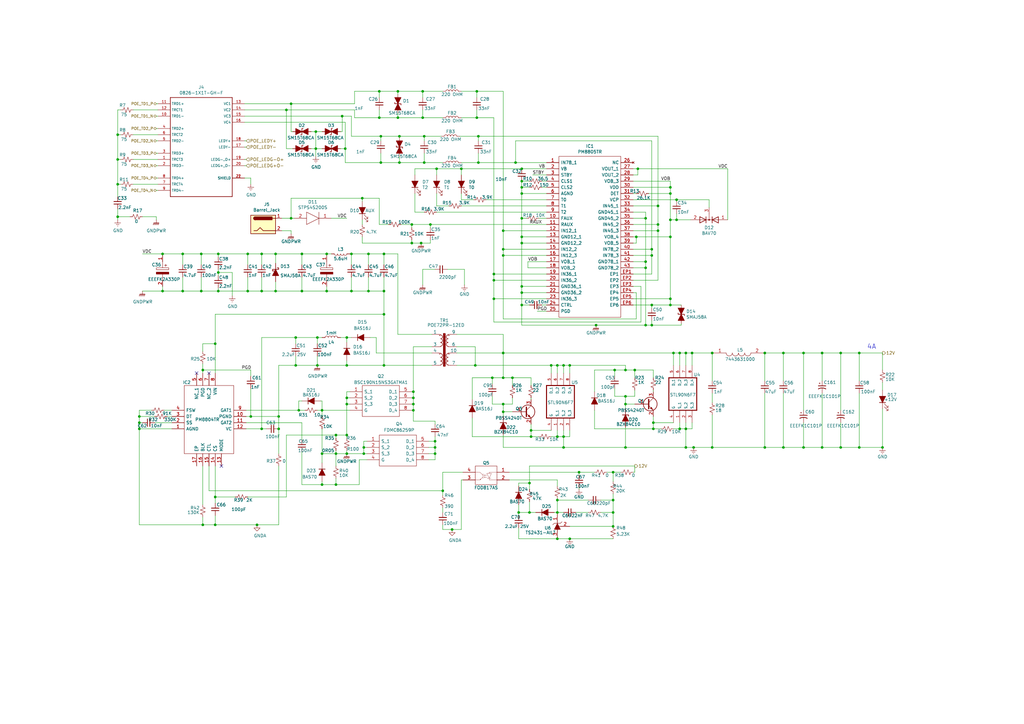
<source format=kicad_sch>
(kicad_sch (version 20200828) (generator eeschema)
  (page 3 11)
  (paper "A3")
  (title_block (title "AP2100") (company "IS ImageStream Internet Solutions, Inc."))
  (junction (at 48.26 55.245) (diameter 0.9144))
  (junction (at 48.26 65.405) (diameter 0.9144))
  (junction (at 48.26 75.565) (diameter 0.9144))
  (junction (at 48.26 88.9) (diameter 0.9144))
  (junction (at 57.15 170.815) (diameter 0.9144))
  (junction (at 57.15 173.355) (diameter 0.9144))
  (junction (at 57.15 175.895) (diameter 0.9144))
  (junction (at 66.675 104.14) (diameter 0.9144))
  (junction (at 66.675 119.38) (diameter 0.9144))
  (junction (at 74.93 104.14) (diameter 0.9144))
  (junction (at 74.93 119.38) (diameter 0.9144))
  (junction (at 82.55 104.14) (diameter 0.9144))
  (junction (at 82.55 119.38) (diameter 0.9144))
  (junction (at 83.185 151.765) (diameter 0.9144))
  (junction (at 83.185 215.265) (diameter 0.9144))
  (junction (at 88.265 140.97) (diameter 0.9144))
  (junction (at 88.265 203.835) (diameter 0.9144))
  (junction (at 88.265 215.265) (diameter 0.9144))
  (junction (at 89.535 104.14) (diameter 0.9144))
  (junction (at 89.535 111.76) (diameter 0.9144))
  (junction (at 89.535 119.38) (diameter 0.9144))
  (junction (at 101.6 104.14) (diameter 0.9144))
  (junction (at 101.6 119.38) (diameter 0.9144))
  (junction (at 102.87 170.815) (diameter 0.9144))
  (junction (at 105.41 215.265) (diameter 0.9144))
  (junction (at 107.315 104.14) (diameter 0.9144))
  (junction (at 107.315 119.38) (diameter 0.9144))
  (junction (at 107.315 175.895) (diameter 0.9144))
  (junction (at 113.03 104.14) (diameter 0.9144))
  (junction (at 113.03 119.38) (diameter 0.9144))
  (junction (at 114.3 170.815) (diameter 0.9144))
  (junction (at 114.3 175.895) (diameter 0.9144))
  (junction (at 117.475 45.085) (diameter 0.9144))
  (junction (at 119.38 42.545) (diameter 0.9144))
  (junction (at 119.38 89.535) (diameter 0.9144))
  (junction (at 121.285 138.43) (diameter 0.9144))
  (junction (at 121.285 149.86) (diameter 0.9144))
  (junction (at 122.555 168.275) (diameter 0.9144))
  (junction (at 123.825 104.14) (diameter 0.9144))
  (junction (at 123.825 119.38) (diameter 0.9144))
  (junction (at 129.54 53.975) (diameter 0.9144))
  (junction (at 129.54 60.96) (diameter 0.9144))
  (junction (at 130.175 138.43) (diameter 0.9144))
  (junction (at 130.175 149.86) (diameter 0.9144))
  (junction (at 132.08 168.275) (diameter 0.9144))
  (junction (at 132.08 186.055) (diameter 0.9144))
  (junction (at 132.08 198.755) (diameter 0.9144))
  (junction (at 133.985 104.14) (diameter 0.9144))
  (junction (at 133.985 119.38) (diameter 0.9144))
  (junction (at 137.795 178.435) (diameter 0.9144))
  (junction (at 137.795 186.055) (diameter 0.9144))
  (junction (at 137.795 198.755) (diameter 0.9144))
  (junction (at 140.335 47.625) (diameter 0.9144))
  (junction (at 141.605 60.96) (diameter 0.9144))
  (junction (at 142.24 138.43) (diameter 0.9144))
  (junction (at 142.24 149.86) (diameter 0.9144))
  (junction (at 142.24 163.195) (diameter 0.9144))
  (junction (at 142.24 165.735) (diameter 0.9144))
  (junction (at 142.24 178.435) (diameter 0.9144))
  (junction (at 142.24 186.055) (diameter 0.9144))
  (junction (at 144.145 104.14) (diameter 0.9144))
  (junction (at 144.145 119.38) (diameter 0.9144))
  (junction (at 148.59 81.28) (diameter 0.9144))
  (junction (at 149.225 183.515) (diameter 0.9144))
  (junction (at 149.225 186.055) (diameter 0.9144))
  (junction (at 151.13 104.14) (diameter 0.9144))
  (junction (at 151.13 119.38) (diameter 0.9144))
  (junction (at 155.575 37.465) (diameter 0.9144))
  (junction (at 155.575 48.26) (diameter 0.9144))
  (junction (at 156.21 55.88) (diameter 0.9144))
  (junction (at 156.21 66.675) (diameter 0.9144))
  (junction (at 157.48 104.14) (diameter 0.9144))
  (junction (at 157.48 119.38) (diameter 0.9144))
  (junction (at 157.48 128.905) (diameter 0.9144))
  (junction (at 157.48 149.86) (diameter 0.9144))
  (junction (at 163.195 37.465) (diameter 0.9144))
  (junction (at 163.195 48.26) (diameter 0.9144))
  (junction (at 163.83 55.88) (diameter 0.9144))
  (junction (at 163.83 66.675) (diameter 0.9144))
  (junction (at 168.91 92.075) (diameter 0.9144))
  (junction (at 168.91 99.695) (diameter 0.9144))
  (junction (at 169.545 160.655) (diameter 0.9144))
  (junction (at 169.545 163.195) (diameter 0.9144))
  (junction (at 169.545 165.735) (diameter 0.9144))
  (junction (at 169.545 168.275) (diameter 0.9144))
  (junction (at 172.72 99.695) (diameter 0.9144))
  (junction (at 173.355 37.465) (diameter 0.9144))
  (junction (at 173.355 48.26) (diameter 0.9144))
  (junction (at 173.99 55.88) (diameter 0.9144))
  (junction (at 173.99 66.675) (diameter 0.9144))
  (junction (at 176.53 92.075) (diameter 0.9144))
  (junction (at 178.435 180.975) (diameter 0.9144))
  (junction (at 178.435 183.515) (diameter 0.9144))
  (junction (at 178.435 186.055) (diameter 0.9144))
  (junction (at 179.07 69.215) (diameter 0.9144))
  (junction (at 181.61 201.295) (diameter 0.9144))
  (junction (at 185.42 217.17) (diameter 0.9144))
  (junction (at 189.23 69.215) (diameter 0.9144))
  (junction (at 194.945 149.86) (diameter 0.9144))
  (junction (at 195.58 37.465) (diameter 0.9144))
  (junction (at 195.58 48.26) (diameter 0.9144))
  (junction (at 196.215 55.88) (diameter 0.9144))
  (junction (at 196.215 66.675) (diameter 0.9144))
  (junction (at 201.93 154.94) (diameter 0.9144))
  (junction (at 202.565 112.395) (diameter 0.9144))
  (junction (at 202.565 114.935) (diameter 0.9144))
  (junction (at 202.565 122.555) (diameter 0.9144))
  (junction (at 206.375 94.615) (diameter 0.9144))
  (junction (at 206.375 102.235) (diameter 0.9144))
  (junction (at 206.375 104.775) (diameter 0.9144))
  (junction (at 206.375 144.78) (diameter 0.9144))
  (junction (at 206.375 154.94) (diameter 0.9144))
  (junction (at 206.375 165.735) (diameter 0.9144))
  (junction (at 206.375 168.91) (diameter 0.9144))
  (junction (at 210.185 154.94) (diameter 0.9144))
  (junction (at 211.455 66.675) (diameter 0.9144))
  (junction (at 212.725 210.185) (diameter 0.9144))
  (junction (at 213.995 69.215) (diameter 0.9144))
  (junction (at 213.995 74.295) (diameter 0.9144))
  (junction (at 213.995 76.835) (diameter 0.9144))
  (junction (at 213.995 79.375) (diameter 0.9144))
  (junction (at 213.995 89.535) (diameter 0.9144))
  (junction (at 213.995 97.155) (diameter 0.9144))
  (junction (at 213.995 99.695) (diameter 0.9144))
  (junction (at 213.995 117.475) (diameter 0.9144))
  (junction (at 213.995 120.015) (diameter 0.9144))
  (junction (at 213.995 125.095) (diameter 0.9144))
  (junction (at 217.17 198.12) (diameter 0.9144))
  (junction (at 217.17 210.185) (diameter 0.9144))
  (junction (at 217.805 176.53) (diameter 0.9144))
  (junction (at 217.805 179.07) (diameter 0.9144))
  (junction (at 226.06 149.86) (diameter 0.9144))
  (junction (at 228.6 149.86) (diameter 0.9144))
  (junction (at 228.6 179.07) (diameter 0.9144))
  (junction (at 228.6 205.105) (diameter 0.9144))
  (junction (at 228.6 210.185) (diameter 0.9144))
  (junction (at 228.6 220.98) (diameter 0.9144))
  (junction (at 231.14 149.86) (diameter 0.9144))
  (junction (at 231.14 179.07) (diameter 0.9144))
  (junction (at 231.14 183.515) (diameter 0.9144))
  (junction (at 233.68 149.86) (diameter 0.9144))
  (junction (at 233.68 220.98) (diameter 0.9144))
  (junction (at 237.49 193.675) (diameter 0.9144))
  (junction (at 244.475 133.35) (diameter 0.9144))
  (junction (at 251.46 193.675) (diameter 0.9144))
  (junction (at 251.46 205.105) (diameter 0.9144))
  (junction (at 251.46 210.185) (diameter 0.9144))
  (junction (at 251.46 215.9) (diameter 0.9144))
  (junction (at 252.095 151.765) (diameter 0.9144))
  (junction (at 256.54 151.765) (diameter 0.9144))
  (junction (at 256.54 162.56) (diameter 0.9144))
  (junction (at 256.54 165.735) (diameter 0.9144))
  (junction (at 256.54 183.515) (diameter 0.9144))
  (junction (at 260.35 151.765) (diameter 0.9144))
  (junction (at 260.985 97.155) (diameter 0.9144))
  (junction (at 261.62 69.215) (diameter 0.9144))
  (junction (at 264.795 89.535) (diameter 0.9144))
  (junction (at 264.795 107.315) (diameter 0.9144))
  (junction (at 264.795 109.855) (diameter 0.9144))
  (junction (at 264.795 133.35) (diameter 0.9144))
  (junction (at 267.335 102.235) (diameter 0.9144))
  (junction (at 267.335 104.775) (diameter 0.9144))
  (junction (at 267.335 125.095) (diameter 0.9144))
  (junction (at 267.335 133.35) (diameter 0.9144))
  (junction (at 267.97 173.355) (diameter 0.9144))
  (junction (at 267.97 175.895) (diameter 0.9144))
  (junction (at 269.875 84.455) (diameter 0.9144))
  (junction (at 269.875 92.075) (diameter 0.9144))
  (junction (at 269.875 94.615) (diameter 0.9144))
  (junction (at 274.955 76.835) (diameter 0.9144))
  (junction (at 274.955 79.375) (diameter 0.9144))
  (junction (at 274.955 90.17) (diameter 0.9144))
  (junction (at 274.955 97.155) (diameter 0.9144))
  (junction (at 274.955 122.555) (diameter 0.9144))
  (junction (at 274.955 125.095) (diameter 0.9144))
  (junction (at 276.225 144.78) (diameter 0.9144))
  (junction (at 277.495 81.915) (diameter 0.9144))
  (junction (at 277.495 90.17) (diameter 0.9144))
  (junction (at 278.765 144.78) (diameter 0.9144))
  (junction (at 278.765 175.895) (diameter 0.9144))
  (junction (at 281.305 144.78) (diameter 0.9144))
  (junction (at 281.305 175.895) (diameter 0.9144))
  (junction (at 281.305 183.515) (diameter 0.9144))
  (junction (at 283.845 144.78) (diameter 0.9144))
  (junction (at 284.48 183.515) (diameter 0.9144))
  (junction (at 292.1 144.78) (diameter 0.9144))
  (junction (at 292.1 183.515) (diameter 0.9144))
  (junction (at 313.69 144.78) (diameter 0.9144))
  (junction (at 313.69 183.515) (diameter 0.9144))
  (junction (at 321.31 144.78) (diameter 0.9144))
  (junction (at 321.31 183.515) (diameter 0.9144))
  (junction (at 329.565 144.78) (diameter 0.9144))
  (junction (at 329.565 183.515) (diameter 0.9144))
  (junction (at 337.185 144.78) (diameter 0.9144))
  (junction (at 337.185 183.515) (diameter 0.9144))
  (junction (at 344.805 144.78) (diameter 0.9144))
  (junction (at 344.805 183.515) (diameter 0.9144))
  (junction (at 352.425 144.78) (diameter 0.9144))
  (junction (at 352.425 183.515) (diameter 0.9144))
  (junction (at 361.95 183.515) (diameter 0.9144))
  (no_connect (at 80.645 153.035))
  (no_connect (at 85.725 153.035))
  (no_connect (at 90.805 191.135))
  (wire (pts (xy 48.26 45.085) (xy 49.53 45.085)))
  (wire (pts (xy 48.26 55.245) (xy 48.26 45.085)))
  (wire (pts (xy 48.26 55.245) (xy 49.53 55.245)))
  (wire (pts (xy 48.26 65.405) (xy 48.26 55.245)))
  (wire (pts (xy 48.26 65.405) (xy 49.53 65.405)))
  (wire (pts (xy 48.26 75.565) (xy 48.26 65.405)))
  (wire (pts (xy 48.26 75.565) (xy 48.26 80.645)))
  (wire (pts (xy 48.26 85.725) (xy 48.26 88.9)))
  (wire (pts (xy 48.26 88.9) (xy 48.26 90.17)))
  (wire (pts (xy 48.26 88.9) (xy 53.34 88.9)))
  (wire (pts (xy 49.53 75.565) (xy 48.26 75.565)))
  (wire (pts (xy 54.61 45.085) (xy 64.77 45.085)))
  (wire (pts (xy 54.61 55.245) (xy 64.77 55.245)))
  (wire (pts (xy 54.61 65.405) (xy 64.77 65.405)))
  (wire (pts (xy 54.61 75.565) (xy 64.77 75.565)))
  (wire (pts (xy 57.15 168.275) (xy 57.15 170.815)))
  (wire (pts (xy 57.15 168.275) (xy 62.23 168.275)))
  (wire (pts (xy 57.15 170.815) (xy 57.15 173.355)))
  (wire (pts (xy 57.15 170.815) (xy 63.5 170.815)))
  (wire (pts (xy 57.15 173.355) (xy 57.15 175.895)))
  (wire (pts (xy 57.15 173.355) (xy 58.42 173.355)))
  (wire (pts (xy 57.15 175.895) (xy 57.15 215.265)))
  (wire (pts (xy 57.15 215.265) (xy 83.185 215.265)))
  (wire (pts (xy 58.42 88.9) (xy 64.135 88.9)))
  (wire (pts (xy 58.42 104.14) (xy 66.675 104.14)))
  (wire (pts (xy 63.5 173.355) (xy 70.485 173.355)))
  (wire (pts (xy 64.135 42.545) (xy 64.77 42.545)))
  (wire (pts (xy 64.135 47.625) (xy 64.77 47.625)))
  (wire (pts (xy 64.135 52.705) (xy 64.77 52.705)))
  (wire (pts (xy 64.135 62.865) (xy 64.77 62.865)))
  (wire (pts (xy 64.135 67.945) (xy 64.77 67.945)))
  (wire (pts (xy 64.135 73.025) (xy 64.77 73.025)))
  (wire (pts (xy 64.135 88.9) (xy 64.135 90.17)))
  (wire (pts (xy 64.77 57.785) (xy 64.135 57.785)))
  (wire (pts (xy 64.77 78.105) (xy 64.135 78.105)))
  (wire (pts (xy 66.675 104.14) (xy 66.675 104.775)))
  (wire (pts (xy 66.675 104.14) (xy 74.93 104.14)))
  (wire (pts (xy 66.675 117.475) (xy 66.675 119.38)))
  (wire (pts (xy 66.675 119.38) (xy 58.42 119.38)))
  (wire (pts (xy 66.675 119.38) (xy 74.93 119.38)))
  (wire (pts (xy 67.31 168.275) (xy 70.485 168.275)))
  (wire (pts (xy 68.58 170.815) (xy 70.485 170.815)))
  (wire (pts (xy 70.485 175.895) (xy 57.15 175.895)))
  (wire (pts (xy 74.93 104.14) (xy 74.93 108.585)))
  (wire (pts (xy 74.93 104.14) (xy 82.55 104.14)))
  (wire (pts (xy 74.93 119.38) (xy 74.93 113.665)))
  (wire (pts (xy 74.93 119.38) (xy 82.55 119.38)))
  (wire (pts (xy 82.55 104.14) (xy 82.55 108.585)))
  (wire (pts (xy 82.55 104.14) (xy 89.535 104.14)))
  (wire (pts (xy 82.55 119.38) (xy 82.55 113.665)))
  (wire (pts (xy 83.185 140.97) (xy 88.265 140.97)))
  (wire (pts (xy 83.185 144.145) (xy 83.185 140.97)))
  (wire (pts (xy 83.185 149.225) (xy 83.185 151.765)))
  (wire (pts (xy 83.185 151.765) (xy 83.185 153.035)))
  (wire (pts (xy 83.185 151.765) (xy 102.87 151.765)))
  (wire (pts (xy 83.185 191.135) (xy 83.185 207.01)))
  (wire (pts (xy 83.185 212.09) (xy 83.185 215.265)))
  (wire (pts (xy 83.185 215.265) (xy 88.265 215.265)))
  (wire (pts (xy 85.725 201.295) (xy 85.725 191.135)))
  (wire (pts (xy 88.265 128.905) (xy 88.265 140.97)))
  (wire (pts (xy 88.265 128.905) (xy 157.48 128.905)))
  (wire (pts (xy 88.265 140.97) (xy 88.265 153.035)))
  (wire (pts (xy 88.265 191.135) (xy 88.265 203.835)))
  (wire (pts (xy 88.265 203.835) (xy 88.265 206.375)))
  (wire (pts (xy 88.265 203.835) (xy 96.52 203.835)))
  (wire (pts (xy 88.265 211.455) (xy 88.265 215.265)))
  (wire (pts (xy 88.265 215.265) (xy 105.41 215.265)))
  (wire (pts (xy 89.535 104.14) (xy 89.535 105.41)))
  (wire (pts (xy 89.535 104.14) (xy 101.6 104.14)))
  (wire (pts (xy 89.535 110.49) (xy 89.535 111.76)))
  (wire (pts (xy 89.535 111.76) (xy 89.535 113.03)))
  (wire (pts (xy 89.535 111.76) (xy 95.25 111.76)))
  (wire (pts (xy 89.535 118.11) (xy 89.535 119.38)))
  (wire (pts (xy 89.535 119.38) (xy 82.55 119.38)))
  (wire (pts (xy 89.535 119.38) (xy 101.6 119.38)))
  (wire (pts (xy 95.25 111.76) (xy 95.25 121.285)))
  (wire (pts (xy 100.33 42.545) (xy 119.38 42.545)))
  (wire (pts (xy 100.33 45.085) (xy 117.475 45.085)))
  (wire (pts (xy 100.33 47.625) (xy 140.335 47.625)))
  (wire (pts (xy 100.33 50.165) (xy 141.605 50.165)))
  (wire (pts (xy 100.33 57.785) (xy 100.965 57.785)))
  (wire (pts (xy 100.33 60.325) (xy 100.965 60.325)))
  (wire (pts (xy 100.33 65.405) (xy 100.965 65.405)))
  (wire (pts (xy 100.33 67.945) (xy 100.965 67.945)))
  (wire (pts (xy 100.33 73.025) (xy 102.87 73.025)))
  (wire (pts (xy 100.965 168.275) (xy 122.555 168.275)))
  (wire (pts (xy 100.965 170.815) (xy 102.87 170.815)))
  (wire (pts (xy 100.965 173.355) (xy 123.825 173.355)))
  (wire (pts (xy 100.965 175.895) (xy 107.315 175.895)))
  (wire (pts (xy 101.6 104.14) (xy 101.6 108.585)))
  (wire (pts (xy 101.6 104.14) (xy 107.315 104.14)))
  (wire (pts (xy 101.6 113.665) (xy 101.6 119.38)))
  (wire (pts (xy 101.6 203.835) (xy 117.475 203.835)))
  (wire (pts (xy 102.87 73.025) (xy 102.87 75.565)))
  (wire (pts (xy 102.87 151.765) (xy 102.87 154.305)))
  (wire (pts (xy 102.87 159.385) (xy 102.87 170.815)))
  (wire (pts (xy 102.87 170.815) (xy 114.3 170.815)))
  (wire (pts (xy 105.41 215.265) (xy 114.3 215.265)))
  (wire (pts (xy 107.315 104.14) (xy 107.315 108.585)))
  (wire (pts (xy 107.315 104.14) (xy 113.03 104.14)))
  (wire (pts (xy 107.315 113.665) (xy 107.315 119.38)))
  (wire (pts (xy 107.315 119.38) (xy 101.6 119.38)))
  (wire (pts (xy 107.315 119.38) (xy 113.03 119.38)))
  (wire (pts (xy 107.315 138.43) (xy 121.285 138.43)))
  (wire (pts (xy 107.315 175.895) (xy 107.315 138.43)))
  (wire (pts (xy 107.315 175.895) (xy 109.22 175.895)))
  (wire (pts (xy 113.03 104.14) (xy 113.03 107.95)))
  (wire (pts (xy 113.03 104.14) (xy 123.825 104.14)))
  (wire (pts (xy 113.03 115.57) (xy 113.03 119.38)))
  (wire (pts (xy 114.3 149.86) (xy 114.3 170.815)))
  (wire (pts (xy 114.3 175.895) (xy 114.3 170.815)))
  (wire (pts (xy 114.3 175.895) (xy 114.3 186.055)))
  (wire (pts (xy 114.3 191.135) (xy 114.3 215.265)))
  (wire (pts (xy 115.57 89.535) (xy 119.38 89.535)))
  (wire (pts (xy 115.57 94.615) (xy 119.38 94.615)))
  (wire (pts (xy 117.475 45.085) (xy 145.415 45.085)))
  (wire (pts (xy 117.475 60.96) (xy 117.475 45.085)))
  (wire (pts (xy 117.475 178.435) (xy 117.475 203.835)))
  (wire (pts (xy 119.38 42.545) (xy 145.415 42.545)))
  (wire (pts (xy 119.38 53.975) (xy 119.38 42.545)))
  (wire (pts (xy 119.38 81.28) (xy 119.38 89.535)))
  (wire (pts (xy 119.38 81.28) (xy 148.59 81.28)))
  (wire (pts (xy 119.38 89.535) (xy 120.65 89.535)))
  (wire (pts (xy 119.38 94.615) (xy 119.38 95.885)))
  (wire (pts (xy 120.015 53.975) (xy 119.38 53.975)))
  (wire (pts (xy 120.015 60.96) (xy 117.475 60.96)))
  (wire (pts (xy 121.285 138.43) (xy 121.285 140.97)))
  (wire (pts (xy 121.285 146.05) (xy 121.285 149.86)))
  (wire (pts (xy 121.285 149.86) (xy 114.3 149.86)))
  (wire (pts (xy 121.285 149.86) (xy 130.175 149.86)))
  (wire (pts (xy 122.555 164.465) (xy 122.555 168.275)))
  (wire (pts (xy 122.555 168.275) (xy 125.095 168.275)))
  (wire (pts (xy 123.825 104.14) (xy 123.825 108.585)))
  (wire (pts (xy 123.825 104.14) (xy 133.985 104.14)))
  (wire (pts (xy 123.825 113.665) (xy 123.825 119.38)))
  (wire (pts (xy 123.825 119.38) (xy 113.03 119.38)))
  (wire (pts (xy 123.825 119.38) (xy 133.985 119.38)))
  (wire (pts (xy 123.825 164.465) (xy 122.555 164.465)))
  (wire (pts (xy 123.825 173.355) (xy 123.825 180.34)))
  (wire (pts (xy 123.825 185.42) (xy 123.825 198.755)))
  (wire (pts (xy 127.635 53.975) (xy 129.54 53.975)))
  (wire (pts (xy 127.635 60.96) (xy 129.54 60.96)))
  (wire (pts (xy 129.54 53.975) (xy 129.54 60.96)))
  (wire (pts (xy 129.54 53.975) (xy 132.08 53.975)))
  (wire (pts (xy 129.54 60.96) (xy 129.54 64.135)))
  (wire (pts (xy 129.54 60.96) (xy 132.08 60.96)))
  (wire (pts (xy 130.175 138.43) (xy 121.285 138.43)))
  (wire (pts (xy 130.175 138.43) (xy 130.175 140.97)))
  (wire (pts (xy 130.175 146.05) (xy 130.175 149.86)))
  (wire (pts (xy 130.175 149.86) (xy 142.24 149.86)))
  (wire (pts (xy 130.175 168.275) (xy 132.08 168.275)))
  (wire (pts (xy 131.445 164.465) (xy 132.08 164.465)))
  (wire (pts (xy 132.08 138.43) (xy 130.175 138.43)))
  (wire (pts (xy 132.08 164.465) (xy 132.08 168.275)))
  (wire (pts (xy 132.08 168.275) (xy 132.08 170.815)))
  (wire (pts (xy 132.08 168.275) (xy 143.51 168.275)))
  (wire (pts (xy 132.08 175.895) (xy 132.08 186.055)))
  (wire (pts (xy 132.08 186.055) (xy 132.08 189.865)))
  (wire (pts (xy 132.08 186.055) (xy 137.795 186.055)))
  (wire (pts (xy 132.08 197.485) (xy 132.08 198.755)))
  (wire (pts (xy 132.08 198.755) (xy 123.825 198.755)))
  (wire (pts (xy 133.985 104.14) (xy 133.985 104.775)))
  (wire (pts (xy 133.985 104.14) (xy 135.89 104.14)))
  (wire (pts (xy 133.985 119.38) (xy 133.985 117.475)))
  (wire (pts (xy 135.89 89.535) (xy 142.24 89.535)))
  (wire (pts (xy 137.795 178.435) (xy 117.475 178.435)))
  (wire (pts (xy 137.795 178.435) (xy 137.795 179.705)))
  (wire (pts (xy 137.795 178.435) (xy 142.24 178.435)))
  (wire (pts (xy 137.795 184.785) (xy 137.795 186.055)))
  (wire (pts (xy 137.795 186.055) (xy 142.24 186.055)))
  (wire (pts (xy 137.795 191.135) (xy 137.795 186.055)))
  (wire (pts (xy 137.795 196.215) (xy 137.795 198.755)))
  (wire (pts (xy 137.795 198.755) (xy 132.08 198.755)))
  (wire (pts (xy 139.7 53.975) (xy 140.335 53.975)))
  (wire (pts (xy 139.7 138.43) (xy 142.24 138.43)))
  (wire (pts (xy 140.335 47.625) (xy 144.145 47.625)))
  (wire (pts (xy 140.335 53.975) (xy 140.335 47.625)))
  (wire (pts (xy 141.605 60.96) (xy 139.7 60.96)))
  (wire (pts (xy 141.605 60.96) (xy 141.605 50.165)))
  (wire (pts (xy 141.605 60.96) (xy 141.605 66.675)))
  (wire (pts (xy 141.605 66.675) (xy 156.21 66.675)))
  (wire (pts (xy 142.24 138.43) (xy 142.24 140.335)))
  (wire (pts (xy 142.24 149.86) (xy 142.24 147.955)))
  (wire (pts (xy 142.24 160.655) (xy 142.24 163.195)))
  (wire (pts (xy 142.24 160.655) (xy 143.51 160.655)))
  (wire (pts (xy 142.24 163.195) (xy 142.24 165.735)))
  (wire (pts (xy 142.24 163.195) (xy 143.51 163.195)))
  (wire (pts (xy 142.24 165.735) (xy 142.24 178.435)))
  (wire (pts (xy 142.24 165.735) (xy 143.51 165.735)))
  (wire (pts (xy 142.24 178.435) (xy 142.24 179.705)))
  (wire (pts (xy 142.24 184.785) (xy 142.24 186.055)))
  (wire (pts (xy 142.24 186.055) (xy 149.225 186.055)))
  (wire (pts (xy 143.51 104.14) (xy 144.145 104.14)))
  (wire (pts (xy 144.145 47.625) (xy 144.145 55.88)))
  (wire (pts (xy 144.145 55.88) (xy 156.21 55.88)))
  (wire (pts (xy 144.145 104.14) (xy 144.145 108.585)))
  (wire (pts (xy 144.145 104.14) (xy 151.13 104.14)))
  (wire (pts (xy 144.145 113.665) (xy 144.145 119.38)))
  (wire (pts (xy 144.145 119.38) (xy 133.985 119.38)))
  (wire (pts (xy 144.145 119.38) (xy 151.13 119.38)))
  (wire (pts (xy 144.145 138.43) (xy 142.24 138.43)))
  (wire (pts (xy 145.415 37.465) (xy 155.575 37.465)))
  (wire (pts (xy 145.415 42.545) (xy 145.415 37.465)))
  (wire (pts (xy 145.415 45.085) (xy 145.415 48.26)))
  (wire (pts (xy 145.415 48.26) (xy 155.575 48.26)))
  (wire (pts (xy 147.32 188.595) (xy 147.32 198.755)))
  (wire (pts (xy 147.32 198.755) (xy 137.795 198.755)))
  (wire (pts (xy 148.59 81.28) (xy 148.59 82.55)))
  (wire (pts (xy 148.59 81.28) (xy 155.575 81.28)))
  (wire (pts (xy 148.59 90.17) (xy 148.59 92.075)))
  (wire (pts (xy 148.59 97.155) (xy 148.59 99.695)))
  (wire (pts (xy 148.59 99.695) (xy 168.91 99.695)))
  (wire (pts (xy 149.225 180.975) (xy 149.225 183.515)))
  (wire (pts (xy 149.225 183.515) (xy 149.225 186.055)))
  (wire (pts (xy 149.225 186.055) (xy 150.495 186.055)))
  (wire (pts (xy 150.495 180.975) (xy 149.225 180.975)))
  (wire (pts (xy 150.495 183.515) (xy 149.225 183.515)))
  (wire (pts (xy 150.495 188.595) (xy 147.32 188.595)))
  (wire (pts (xy 151.13 104.14) (xy 151.13 108.585)))
  (wire (pts (xy 151.13 104.14) (xy 157.48 104.14)))
  (wire (pts (xy 151.13 119.38) (xy 151.13 113.665)))
  (wire (pts (xy 151.13 119.38) (xy 157.48 119.38)))
  (wire (pts (xy 154.305 138.43) (xy 151.765 138.43)))
  (wire (pts (xy 154.305 144.78) (xy 154.305 138.43)))
  (wire (pts (xy 155.575 37.465) (xy 163.195 37.465)))
  (wire (pts (xy 155.575 40.005) (xy 155.575 37.465)))
  (wire (pts (xy 155.575 45.085) (xy 155.575 48.26)))
  (wire (pts (xy 155.575 48.26) (xy 163.195 48.26)))
  (wire (pts (xy 155.575 81.28) (xy 155.575 92.075)))
  (wire (pts (xy 155.575 92.075) (xy 159.385 92.075)))
  (wire (pts (xy 156.21 55.88) (xy 163.83 55.88)))
  (wire (pts (xy 156.21 57.785) (xy 156.21 55.88)))
  (wire (pts (xy 156.21 62.865) (xy 156.21 66.675)))
  (wire (pts (xy 156.21 66.675) (xy 163.83 66.675)))
  (wire (pts (xy 157.48 104.14) (xy 157.48 108.585)))
  (wire (pts (xy 157.48 104.14) (xy 163.195 104.14)))
  (wire (pts (xy 157.48 119.38) (xy 157.48 113.665)))
  (wire (pts (xy 157.48 119.38) (xy 157.48 128.905)))
  (wire (pts (xy 157.48 128.905) (xy 157.48 149.86)))
  (wire (pts (xy 157.48 149.86) (xy 142.24 149.86)))
  (wire (pts (xy 157.48 149.86) (xy 177.165 149.86)))
  (wire (pts (xy 163.195 37.465) (xy 163.195 38.735)))
  (wire (pts (xy 163.195 37.465) (xy 173.355 37.465)))
  (wire (pts (xy 163.195 48.26) (xy 163.195 46.355)))
  (wire (pts (xy 163.195 104.14) (xy 163.195 137.16)))
  (wire (pts (xy 163.195 137.16) (xy 177.165 137.16)))
  (wire (pts (xy 163.83 55.88) (xy 163.83 56.515)))
  (wire (pts (xy 163.83 55.88) (xy 173.99 55.88)))
  (wire (pts (xy 163.83 66.675) (xy 163.83 64.135)))
  (wire (pts (xy 164.465 92.075) (xy 168.91 92.075)))
  (wire (pts (xy 168.91 92.075) (xy 176.53 92.075)))
  (wire (pts (xy 168.91 93.345) (xy 168.91 92.075)))
  (wire (pts (xy 168.91 98.425) (xy 168.91 99.695)))
  (wire (pts (xy 168.91 99.695) (xy 172.72 99.695)))
  (wire (pts (xy 168.91 163.195) (xy 169.545 163.195)))
  (wire (pts (xy 168.91 165.735) (xy 169.545 165.735)))
  (wire (pts (xy 169.545 142.24) (xy 169.545 160.655)))
  (wire (pts (xy 169.545 142.24) (xy 177.165 142.24)))
  (wire (pts (xy 169.545 160.655) (xy 168.91 160.655)))
  (wire (pts (xy 169.545 160.655) (xy 169.545 163.195)))
  (wire (pts (xy 169.545 163.195) (xy 169.545 165.735)))
  (wire (pts (xy 169.545 165.735) (xy 169.545 168.275)))
  (wire (pts (xy 169.545 168.275) (xy 168.91 168.275)))
  (wire (pts (xy 169.545 168.275) (xy 169.545 172.72)))
  (wire (pts (xy 169.545 172.72) (xy 178.435 172.72)))
  (wire (pts (xy 170.18 69.215) (xy 179.07 69.215)))
  (wire (pts (xy 170.18 71.755) (xy 170.18 69.215)))
  (wire (pts (xy 170.18 79.375) (xy 170.18 86.995)))
  (wire (pts (xy 170.18 86.995) (xy 173.99 86.995)))
  (wire (pts (xy 173.355 37.465) (xy 173.355 40.005)))
  (wire (pts (xy 173.355 37.465) (xy 181.61 37.465)))
  (wire (pts (xy 173.355 45.085) (xy 173.355 48.26)))
  (wire (pts (xy 173.355 48.26) (xy 163.195 48.26)))
  (wire (pts (xy 173.355 48.26) (xy 181.61 48.26)))
  (wire (pts (xy 173.355 110.49) (xy 173.355 116.84)))
  (wire (pts (xy 173.99 55.88) (xy 173.99 57.785)))
  (wire (pts (xy 173.99 55.88) (xy 180.975 55.88)))
  (wire (pts (xy 173.99 62.865) (xy 173.99 66.675)))
  (wire (pts (xy 173.99 66.675) (xy 163.83 66.675)))
  (wire (pts (xy 173.99 66.675) (xy 181.61 66.675)))
  (wire (pts (xy 175.895 180.975) (xy 178.435 180.975)))
  (wire (pts (xy 175.895 183.515) (xy 178.435 183.515)))
  (wire (pts (xy 175.895 186.055) (xy 178.435 186.055)))
  (wire (pts (xy 176.53 92.075) (xy 176.53 93.345)))
  (wire (pts (xy 176.53 92.075) (xy 224.155 92.075)))
  (wire (pts (xy 176.53 98.425) (xy 176.53 99.695)))
  (wire (pts (xy 176.53 99.695) (xy 172.72 99.695)))
  (wire (pts (xy 177.165 144.78) (xy 154.305 144.78)))
  (wire (pts (xy 178.435 110.49) (xy 173.355 110.49)))
  (wire (pts (xy 178.435 172.72) (xy 178.435 173.99)))
  (wire (pts (xy 178.435 179.07) (xy 178.435 180.975)))
  (wire (pts (xy 178.435 180.975) (xy 178.435 183.515)))
  (wire (pts (xy 178.435 183.515) (xy 178.435 186.055)))
  (wire (pts (xy 178.435 186.055) (xy 178.435 188.595)))
  (wire (pts (xy 178.435 188.595) (xy 175.895 188.595)))
  (wire (pts (xy 179.07 69.215) (xy 179.07 71.755)))
  (wire (pts (xy 179.07 79.375) (xy 179.07 84.455)))
  (wire (pts (xy 179.07 84.455) (xy 184.15 84.455)))
  (wire (pts (xy 179.07 86.995) (xy 224.155 86.995)))
  (wire (pts (xy 181.61 193.675) (xy 181.61 201.295)))
  (wire (pts (xy 181.61 193.675) (xy 189.865 193.675)))
  (wire (pts (xy 181.61 201.295) (xy 85.725 201.295)))
  (wire (pts (xy 181.61 201.295) (xy 181.61 203.2)))
  (wire (pts (xy 181.61 208.28) (xy 181.61 210.185)))
  (wire (pts (xy 181.61 217.17) (xy 181.61 215.265)))
  (wire (pts (xy 181.61 217.17) (xy 185.42 217.17)))
  (wire (pts (xy 183.515 110.49) (xy 190.5 110.49)))
  (wire (pts (xy 187.325 137.16) (xy 206.375 137.16)))
  (wire (pts (xy 187.325 142.24) (xy 194.945 142.24)))
  (wire (pts (xy 187.325 144.78) (xy 206.375 144.78)))
  (wire (pts (xy 187.325 149.86) (xy 194.945 149.86)))
  (wire (pts (xy 188.595 55.88) (xy 196.215 55.88)))
  (wire (pts (xy 189.23 37.465) (xy 195.58 37.465)))
  (wire (pts (xy 189.23 48.26) (xy 195.58 48.26)))
  (wire (pts (xy 189.23 66.675) (xy 196.215 66.675)))
  (wire (pts (xy 189.23 69.215) (xy 179.07 69.215)))
  (wire (pts (xy 189.23 71.755) (xy 189.23 69.215)))
  (wire (pts (xy 189.23 79.375) (xy 189.23 81.915)))
  (wire (pts (xy 189.23 81.915) (xy 194.31 81.915)))
  (wire (pts (xy 189.23 84.455) (xy 224.155 84.455)))
  (wire (pts (xy 189.23 196.85) (xy 189.23 217.17)))
  (wire (pts (xy 189.23 217.17) (xy 185.42 217.17)))
  (wire (pts (xy 189.865 196.85) (xy 189.23 196.85)))
  (wire (pts (xy 190.5 110.49) (xy 190.5 116.84)))
  (wire (pts (xy 193.675 154.94) (xy 201.93 154.94)))
  (wire (pts (xy 193.675 163.83) (xy 193.675 154.94)))
  (wire (pts (xy 193.675 179.07) (xy 193.675 171.45)))
  (wire (pts (xy 194.945 142.24) (xy 194.945 149.86)))
  (wire (pts (xy 194.945 149.86) (xy 226.06 149.86)))
  (wire (pts (xy 195.58 37.465) (xy 195.58 40.005)))
  (wire (pts (xy 195.58 48.26) (xy 195.58 45.085)))
  (wire (pts (xy 196.215 55.88) (xy 196.215 57.785)))
  (wire (pts (xy 196.215 55.88) (xy 269.875 55.88)))
  (wire (pts (xy 196.215 66.675) (xy 196.215 62.865)))
  (wire (pts (xy 201.93 154.94) (xy 201.93 157.48)))
  (wire (pts (xy 201.93 154.94) (xy 206.375 154.94)))
  (wire (pts (xy 201.93 165.735) (xy 201.93 162.56)))
  (wire (pts (xy 201.93 165.735) (xy 206.375 165.735)))
  (wire (pts (xy 202.565 48.26) (xy 195.58 48.26)))
  (wire (pts (xy 202.565 112.395) (xy 202.565 48.26)))
  (wire (pts (xy 202.565 112.395) (xy 202.565 114.935)))
  (wire (pts (xy 202.565 114.935) (xy 224.155 114.935)))
  (wire (pts (xy 202.565 122.555) (xy 202.565 114.935)))
  (wire (pts (xy 202.565 132.08) (xy 202.565 122.555)))
  (wire (pts (xy 206.375 37.465) (xy 195.58 37.465)))
  (wire (pts (xy 206.375 94.615) (xy 206.375 37.465)))
  (wire (pts (xy 206.375 102.235) (xy 206.375 94.615)))
  (wire (pts (xy 206.375 104.775) (xy 206.375 102.235)))
  (wire (pts (xy 206.375 130.81) (xy 206.375 104.775)))
  (wire (pts (xy 206.375 130.81) (xy 260.985 130.81)))
  (wire (pts (xy 206.375 137.16) (xy 206.375 144.78)))
  (wire (pts (xy 206.375 144.78) (xy 206.375 154.94)))
  (wire (pts (xy 206.375 144.78) (xy 276.225 144.78)))
  (wire (pts (xy 206.375 154.94) (xy 210.185 154.94)))
  (wire (pts (xy 206.375 165.735) (xy 206.375 168.91)))
  (wire (pts (xy 206.375 165.735) (xy 210.185 165.735)))
  (wire (pts (xy 206.375 168.91) (xy 206.375 170.815)))
  (wire (pts (xy 206.375 168.91) (xy 210.185 168.91)))
  (wire (pts (xy 206.375 178.435) (xy 206.375 183.515)))
  (wire (pts (xy 206.375 183.515) (xy 231.14 183.515)))
  (wire (pts (xy 208.915 193.675) (xy 237.49 193.675)))
  (wire (pts (xy 208.915 196.85) (xy 228.6 196.85)))
  (wire (pts (xy 210.185 154.94) (xy 210.185 158.115)))
  (wire (pts (xy 210.185 154.94) (xy 217.805 154.94)))
  (wire (pts (xy 210.185 163.195) (xy 210.185 165.735)))
  (wire (pts (xy 211.455 57.785) (xy 267.335 57.785)))
  (wire (pts (xy 211.455 66.675) (xy 196.215 66.675)))
  (wire (pts (xy 211.455 66.675) (xy 211.455 57.785)))
  (wire (pts (xy 212.725 198.12) (xy 217.17 198.12)))
  (wire (pts (xy 212.725 199.39) (xy 212.725 198.12)))
  (wire (pts (xy 212.725 207.01) (xy 212.725 210.185)))
  (wire (pts (xy 212.725 210.185) (xy 212.725 211.455)))
  (wire (pts (xy 212.725 210.185) (xy 217.17 210.185)))
  (wire (pts (xy 212.725 216.535) (xy 212.725 220.98)))
  (wire (pts (xy 212.725 220.98) (xy 228.6 220.98)))
  (wire (pts (xy 213.995 69.215) (xy 189.23 69.215)))
  (wire (pts (xy 213.995 69.215) (xy 224.155 69.215)))
  (wire (pts (xy 213.995 74.295) (xy 213.995 76.835)))
  (wire (pts (xy 213.995 76.835) (xy 213.995 79.375)))
  (wire (pts (xy 213.995 79.375) (xy 213.995 89.535)))
  (wire (pts (xy 213.995 79.375) (xy 224.155 79.375)))
  (wire (pts (xy 213.995 89.535) (xy 213.995 97.155)))
  (wire (pts (xy 213.995 97.155) (xy 213.995 99.695)))
  (wire (pts (xy 213.995 99.695) (xy 213.995 117.475)))
  (wire (pts (xy 213.995 117.475) (xy 213.995 120.015)))
  (wire (pts (xy 213.995 120.015) (xy 213.995 125.095)))
  (wire (pts (xy 213.995 125.095) (xy 213.995 133.35)))
  (wire (pts (xy 213.995 125.095) (xy 217.17 125.095)))
  (wire (pts (xy 213.995 133.35) (xy 244.475 133.35)))
  (wire (pts (xy 215.9 89.535) (xy 213.995 89.535)))
  (wire (pts (xy 216.535 107.315) (xy 216.535 109.855)))
  (wire (pts (xy 216.535 109.855) (xy 224.155 109.855)))
  (wire (pts (xy 217.17 74.295) (xy 213.995 74.295)))
  (wire (pts (xy 217.17 76.835) (xy 213.995 76.835)))
  (wire (pts (xy 217.17 191.135) (xy 217.17 198.12)))
  (wire (pts (xy 217.17 191.135) (xy 260.35 191.135)))
  (wire (pts (xy 217.17 200.66) (xy 217.17 198.12)))
  (wire (pts (xy 217.17 205.74) (xy 217.17 210.185)))
  (wire (pts (xy 217.17 210.185) (xy 219.71 210.185)))
  (wire (pts (xy 217.805 154.94) (xy 217.805 158.115)))
  (wire (pts (xy 217.805 163.195) (xy 217.805 163.83)))
  (wire (pts (xy 217.805 173.99) (xy 217.805 176.53)))
  (wire (pts (xy 217.805 176.53) (xy 217.805 179.07)))
  (wire (pts (xy 217.805 176.53) (xy 226.06 176.53)))
  (wire (pts (xy 217.805 179.07) (xy 193.675 179.07)))
  (wire (pts (xy 217.805 179.07) (xy 220.98 179.07)))
  (wire (pts (xy 220.345 127.635) (xy 224.155 127.635)))
  (wire (pts (xy 220.98 89.535) (xy 224.155 89.535)))
  (wire (pts (xy 222.25 74.295) (xy 224.155 74.295)))
  (wire (pts (xy 222.25 76.835) (xy 224.155 76.835)))
  (wire (pts (xy 222.25 125.095) (xy 224.155 125.095)))
  (wire (pts (xy 224.155 66.675) (xy 211.455 66.675)))
  (wire (pts (xy 224.155 71.755) (xy 218.44 71.755)))
  (wire (pts (xy 224.155 81.915) (xy 199.39 81.915)))
  (wire (pts (xy 224.155 94.615) (xy 206.375 94.615)))
  (wire (pts (xy 224.155 97.155) (xy 213.995 97.155)))
  (wire (pts (xy 224.155 99.695) (xy 213.995 99.695)))
  (wire (pts (xy 224.155 102.235) (xy 206.375 102.235)))
  (wire (pts (xy 224.155 104.775) (xy 206.375 104.775)))
  (wire (pts (xy 224.155 107.315) (xy 216.535 107.315)))
  (wire (pts (xy 224.155 112.395) (xy 202.565 112.395)))
  (wire (pts (xy 224.155 117.475) (xy 213.995 117.475)))
  (wire (pts (xy 224.155 120.015) (xy 213.995 120.015)))
  (wire (pts (xy 224.155 122.555) (xy 202.565 122.555)))
  (wire (pts (xy 226.06 149.86) (xy 226.06 153.035)))
  (wire (pts (xy 226.06 149.86) (xy 228.6 149.86)))
  (wire (pts (xy 226.06 179.07) (xy 228.6 179.07)))
  (wire (pts (xy 227.33 210.185) (xy 228.6 210.185)))
  (wire (pts (xy 228.6 149.86) (xy 228.6 153.035)))
  (wire (pts (xy 228.6 149.86) (xy 231.14 149.86)))
  (wire (pts (xy 228.6 176.53) (xy 228.6 179.07)))
  (wire (pts (xy 228.6 179.07) (xy 231.14 179.07)))
  (wire (pts (xy 228.6 199.39) (xy 228.6 196.85)))
  (wire (pts (xy 228.6 204.47) (xy 228.6 205.105)))
  (wire (pts (xy 228.6 205.105) (xy 228.6 210.185)))
  (wire (pts (xy 228.6 210.185) (xy 228.6 210.82)))
  (wire (pts (xy 228.6 210.185) (xy 231.14 210.185)))
  (wire (pts (xy 228.6 220.98) (xy 233.68 220.98)))
  (wire (pts (xy 231.14 149.86) (xy 231.14 153.035)))
  (wire (pts (xy 231.14 149.86) (xy 233.68 149.86)))
  (wire (pts (xy 231.14 179.07) (xy 231.14 176.53)))
  (wire (pts (xy 231.14 179.07) (xy 231.14 183.515)))
  (wire (pts (xy 231.14 179.07) (xy 233.68 179.07)))
  (wire (pts (xy 231.14 183.515) (xy 256.54 183.515)))
  (wire (pts (xy 233.68 149.86) (xy 233.68 153.035)))
  (wire (pts (xy 233.68 149.86) (xy 256.54 149.86)))
  (wire (pts (xy 233.68 179.07) (xy 233.68 176.53)))
  (wire (pts (xy 233.68 215.9) (xy 251.46 215.9)))
  (wire (pts (xy 233.68 220.98) (xy 251.46 220.98)))
  (wire (pts (xy 236.22 210.185) (xy 241.3 210.185)))
  (wire (pts (xy 237.49 193.675) (xy 243.84 193.675)))
  (wire (pts (xy 237.49 194.945) (xy 237.49 193.675)))
  (wire (pts (xy 237.49 200.025) (xy 237.49 200.66)))
  (wire (pts (xy 241.3 205.105) (xy 228.6 205.105)))
  (wire (pts (xy 243.84 151.765) (xy 252.095 151.765)))
  (wire (pts (xy 243.84 160.655) (xy 243.84 151.765)))
  (wire (pts (xy 243.84 175.895) (xy 243.84 168.275)))
  (wire (pts (xy 244.475 133.35) (xy 264.795 133.35)))
  (wire (pts (xy 246.38 205.105) (xy 251.46 205.105)))
  (wire (pts (xy 246.38 210.185) (xy 251.46 210.185)))
  (wire (pts (xy 248.92 193.675) (xy 251.46 193.675)))
  (wire (pts (xy 251.46 193.675) (xy 251.46 197.485)))
  (wire (pts (xy 251.46 193.675) (xy 254.635 193.675)))
  (wire (pts (xy 251.46 202.565) (xy 251.46 205.105)))
  (wire (pts (xy 251.46 210.185) (xy 251.46 205.105)))
  (wire (pts (xy 251.46 210.185) (xy 251.46 215.9)))
  (wire (pts (xy 252.095 151.765) (xy 252.095 154.305)))
  (wire (pts (xy 252.095 151.765) (xy 256.54 151.765)))
  (wire (pts (xy 252.095 162.56) (xy 252.095 159.385)))
  (wire (pts (xy 252.095 162.56) (xy 256.54 162.56)))
  (wire (pts (xy 256.54 149.86) (xy 256.54 151.765)))
  (wire (pts (xy 256.54 151.765) (xy 260.35 151.765)))
  (wire (pts (xy 256.54 162.56) (xy 256.54 165.735)))
  (wire (pts (xy 256.54 162.56) (xy 260.35 162.56)))
  (wire (pts (xy 256.54 165.735) (xy 256.54 167.64)))
  (wire (pts (xy 256.54 165.735) (xy 260.35 165.735)))
  (wire (pts (xy 256.54 175.26) (xy 256.54 183.515)))
  (wire (pts (xy 256.54 183.515) (xy 281.305 183.515)))
  (wire (pts (xy 259.715 69.215) (xy 261.62 69.215)))
  (wire (pts (xy 259.715 71.755) (xy 261.62 71.755)))
  (wire (pts (xy 259.715 74.295) (xy 274.955 74.295)))
  (wire (pts (xy 259.715 76.835) (xy 274.955 76.835)))
  (wire (pts (xy 259.715 79.375) (xy 260.985 79.375)))
  (wire (pts (xy 259.715 81.915) (xy 277.495 81.915)))
  (wire (pts (xy 259.715 86.995) (xy 264.795 86.995)))
  (wire (pts (xy 259.715 89.535) (xy 264.795 89.535)))
  (wire (pts (xy 259.715 92.075) (xy 269.875 92.075)))
  (wire (pts (xy 259.715 94.615) (xy 269.875 94.615)))
  (wire (pts (xy 259.715 99.695) (xy 260.985 99.695)))
  (wire (pts (xy 259.715 107.315) (xy 264.795 107.315)))
  (wire (pts (xy 259.715 109.855) (xy 264.795 109.855)))
  (wire (pts (xy 259.715 112.395) (xy 267.335 112.395)))
  (wire (pts (xy 259.715 114.935) (xy 269.875 114.935)))
  (wire (pts (xy 259.715 117.475) (xy 262.89 117.475)))
  (wire (pts (xy 259.715 120.015) (xy 260.985 120.015)))
  (wire (pts (xy 259.715 122.555) (xy 274.955 122.555)))
  (wire (pts (xy 259.715 125.095) (xy 267.335 125.095)))
  (wire (pts (xy 260.35 151.765) (xy 260.35 154.94)))
  (wire (pts (xy 260.35 151.765) (xy 267.97 151.765)))
  (wire (pts (xy 260.35 160.02) (xy 260.35 162.56)))
  (wire (pts (xy 260.35 191.135) (xy 260.35 193.675)))
  (wire (pts (xy 260.35 193.675) (xy 259.715 193.675)))
  (wire (pts (xy 260.985 97.155) (xy 259.715 97.155)))
  (wire (pts (xy 260.985 99.695) (xy 260.985 97.155)))
  (wire (pts (xy 260.985 120.015) (xy 260.985 130.81)))
  (wire (pts (xy 261.62 69.215) (xy 298.45 69.215)))
  (wire (pts (xy 261.62 71.755) (xy 261.62 69.215)))
  (wire (pts (xy 262.89 117.475) (xy 262.89 132.08)))
  (wire (pts (xy 262.89 132.08) (xy 202.565 132.08)))
  (wire (pts (xy 264.795 86.995) (xy 264.795 89.535)))
  (wire (pts (xy 264.795 89.535) (xy 264.795 107.315)))
  (wire (pts (xy 264.795 107.315) (xy 264.795 109.855)))
  (wire (pts (xy 264.795 109.855) (xy 264.795 133.35)))
  (wire (pts (xy 264.795 133.35) (xy 267.335 133.35)))
  (wire (pts (xy 266.065 79.375) (xy 274.955 79.375)))
  (wire (pts (xy 267.335 57.785) (xy 267.335 102.235)))
  (wire (pts (xy 267.335 102.235) (xy 259.715 102.235)))
  (wire (pts (xy 267.335 102.235) (xy 267.335 104.775)))
  (wire (pts (xy 267.335 104.775) (xy 259.715 104.775)))
  (wire (pts (xy 267.335 112.395) (xy 267.335 104.775)))
  (wire (pts (xy 267.335 125.095) (xy 267.335 126.365)))
  (wire (pts (xy 267.335 125.095) (xy 274.955 125.095)))
  (wire (pts (xy 267.335 133.35) (xy 267.335 131.445)))
  (wire (pts (xy 267.335 133.35) (xy 279.4 133.35)))
  (wire (pts (xy 267.97 151.765) (xy 267.97 154.94)))
  (wire (pts (xy 267.97 160.02) (xy 267.97 160.655)))
  (wire (pts (xy 267.97 170.815) (xy 267.97 173.355)))
  (wire (pts (xy 267.97 173.355) (xy 267.97 175.895)))
  (wire (pts (xy 267.97 173.355) (xy 276.225 173.355)))
  (wire (pts (xy 267.97 175.895) (xy 243.84 175.895)))
  (wire (pts (xy 267.97 175.895) (xy 271.145 175.895)))
  (wire (pts (xy 269.875 55.88) (xy 269.875 84.455)))
  (wire (pts (xy 269.875 84.455) (xy 259.715 84.455)))
  (wire (pts (xy 269.875 92.075) (xy 269.875 84.455)))
  (wire (pts (xy 269.875 94.615) (xy 269.875 92.075)))
  (wire (pts (xy 269.875 114.935) (xy 269.875 94.615)))
  (wire (pts (xy 274.955 74.295) (xy 274.955 76.835)))
  (wire (pts (xy 274.955 76.835) (xy 274.955 79.375)))
  (wire (pts (xy 274.955 79.375) (xy 274.955 90.17)))
  (wire (pts (xy 274.955 90.17) (xy 274.955 97.155)))
  (wire (pts (xy 274.955 97.155) (xy 260.985 97.155)))
  (wire (pts (xy 274.955 122.555) (xy 274.955 97.155)))
  (wire (pts (xy 274.955 125.095) (xy 274.955 122.555)))
  (wire (pts (xy 274.955 125.095) (xy 279.4 125.095)))
  (wire (pts (xy 276.225 144.78) (xy 276.225 149.86)))
  (wire (pts (xy 276.225 144.78) (xy 278.765 144.78)))
  (wire (pts (xy 276.225 175.895) (xy 278.765 175.895)))
  (wire (pts (xy 277.495 81.915) (xy 290.83 81.915)))
  (wire (pts (xy 277.495 82.55) (xy 277.495 81.915)))
  (wire (pts (xy 277.495 87.63) (xy 277.495 90.17)))
  (wire (pts (xy 277.495 90.17) (xy 274.955 90.17)))
  (wire (pts (xy 278.765 144.78) (xy 278.765 149.86)))
  (wire (pts (xy 278.765 144.78) (xy 281.305 144.78)))
  (wire (pts (xy 278.765 173.355) (xy 278.765 175.895)))
  (wire (pts (xy 278.765 175.895) (xy 281.305 175.895)))
  (wire (pts (xy 279.4 133.35) (xy 279.4 132.715)))
  (wire (pts (xy 281.305 144.78) (xy 281.305 149.86)))
  (wire (pts (xy 281.305 144.78) (xy 283.845 144.78)))
  (wire (pts (xy 281.305 175.895) (xy 281.305 173.355)))
  (wire (pts (xy 281.305 175.895) (xy 281.305 183.515)))
  (wire (pts (xy 281.305 175.895) (xy 283.845 175.895)))
  (wire (pts (xy 281.305 183.515) (xy 284.48 183.515)))
  (wire (pts (xy 283.21 90.17) (xy 277.495 90.17)))
  (wire (pts (xy 283.845 144.78) (xy 283.845 149.86)))
  (wire (pts (xy 283.845 144.78) (xy 292.1 144.78)))
  (wire (pts (xy 283.845 175.895) (xy 283.845 173.355)))
  (wire (pts (xy 284.48 183.515) (xy 292.1 183.515)))
  (wire (pts (xy 290.83 81.915) (xy 290.83 85.09)))
  (wire (pts (xy 292.1 144.78) (xy 292.735 144.78)))
  (wire (pts (xy 292.1 156.21) (xy 292.1 144.78)))
  (wire (pts (xy 292.1 161.29) (xy 292.1 165.1)))
  (wire (pts (xy 292.1 170.18) (xy 292.1 183.515)))
  (wire (pts (xy 292.1 183.515) (xy 313.69 183.515)))
  (wire (pts (xy 298.45 90.17) (xy 298.45 69.215)))
  (wire (pts (xy 313.055 144.78) (xy 313.69 144.78)))
  (wire (pts (xy 313.69 144.78) (xy 313.69 156.21)))
  (wire (pts (xy 313.69 144.78) (xy 321.31 144.78)))
  (wire (pts (xy 313.69 161.29) (xy 313.69 183.515)))
  (wire (pts (xy 313.69 183.515) (xy 321.31 183.515)))
  (wire (pts (xy 321.31 144.78) (xy 321.31 156.21)))
  (wire (pts (xy 321.31 144.78) (xy 329.565 144.78)))
  (wire (pts (xy 321.31 161.29) (xy 321.31 183.515)))
  (wire (pts (xy 321.31 183.515) (xy 329.565 183.515)))
  (wire (pts (xy 329.565 144.78) (xy 329.565 168.275)))
  (wire (pts (xy 329.565 144.78) (xy 337.185 144.78)))
  (wire (pts (xy 329.565 173.355) (xy 329.565 183.515)))
  (wire (pts (xy 329.565 183.515) (xy 337.185 183.515)))
  (wire (pts (xy 337.185 144.78) (xy 337.185 156.21)))
  (wire (pts (xy 337.185 144.78) (xy 344.805 144.78)))
  (wire (pts (xy 337.185 161.29) (xy 337.185 183.515)))
  (wire (pts (xy 337.185 183.515) (xy 344.805 183.515)))
  (wire (pts (xy 344.805 144.78) (xy 344.805 168.275)))
  (wire (pts (xy 344.805 144.78) (xy 352.425 144.78)))
  (wire (pts (xy 344.805 173.355) (xy 344.805 183.515)))
  (wire (pts (xy 344.805 183.515) (xy 352.425 183.515)))
  (wire (pts (xy 352.425 144.78) (xy 352.425 156.21)))
  (wire (pts (xy 352.425 144.78) (xy 361.95 144.78)))
  (wire (pts (xy 352.425 161.29) (xy 352.425 183.515)))
  (wire (pts (xy 352.425 183.515) (xy 361.95 183.515)))
  (wire (pts (xy 361.95 144.78) (xy 361.95 151.765)))
  (wire (pts (xy 361.95 156.845) (xy 361.95 160.02)))
  (wire (pts (xy 361.95 167.64) (xy 361.95 183.515)))
  (text "4A" (at 359.41 143.51 180) (effects (font (size 2 2)) (justify right bottom)))
  (label "VDC" (at 58.42 104.14 0))
  (label "PGD" (at 99.06 151.765 0))
  (label "VDC" (at 142.24 89.535 180))
  (label "VOB" (at 216.535 107.315 0))
  (label "RAUX" (at 217.17 92.075 0))
  (label "STBY" (at 218.44 71.755 0))
  (label "PGD" (at 220.345 127.635 0))
  (label "VB" (at 220.98 69.215 0))
  (label "VOB" (at 274.955 74.295 180))
  (label "VDC" (at 298.45 69.215 180))
  (hierarchical_label "POE_TD1_P" (shape bidirectional) (at 64.135 42.545 180) (effects (font (size 1.0922 1.0922))))
  (hierarchical_label "POE_TD1_N" (shape bidirectional) (at 64.135 47.625 180) (effects (font (size 1.0922 1.0922))))
  (hierarchical_label "POE_TD2_P" (shape bidirectional) (at 64.135 52.705 180) (effects (font (size 1.0922 1.0922))))
  (hierarchical_label "POE_TD2_N" (shape bidirectional) (at 64.135 57.785 180) (effects (font (size 1.0922 1.0922))))
  (hierarchical_label "POE_TD3_P" (shape bidirectional) (at 64.135 62.865 180) (effects (font (size 1.0922 1.0922))))
  (hierarchical_label "POE_TD3_N" (shape bidirectional) (at 64.135 67.945 180) (effects (font (size 1.0922 1.0922))))
  (hierarchical_label "POE_TD4_P" (shape bidirectional) (at 64.135 73.025 180) (effects (font (size 1.0922 1.0922))))
  (hierarchical_label "POE_TD4_N" (shape bidirectional) (at 64.135 78.105 180) (effects (font (size 1.0922 1.0922))))
  (hierarchical_label "POE_LEDY+" (shape input) (at 100.965 57.785 0))
  (hierarchical_label "POE_LEDY-" (shape input) (at 100.965 60.325 0))
  (hierarchical_label "POE_LEDG-O+" (shape input) (at 100.965 65.405 0))
  (hierarchical_label "POE_LEDG+O-" (shape input) (at 100.965 67.945 0))
  (hierarchical_label "12V" (shape output) (at 260.35 191.135 0))
  (hierarchical_label "12V" (shape output) (at 361.95 144.78 0))
  (symbol (lib_id "power:GNDPWR") (at 58.42 119.38 0) (unit 1)
    (property "Reference" "#PWR027" (effects hide))
    (property "Value" "GNDPWR" (at 58.547 123.7742 0))
  )
  (symbol (lib_id "power:GNDPWR") (at 64.135 90.17 0) (unit 1)
    (property "Reference" "#PWR022" (effects hide))
    (property "Value" "GNDPWR" (at 64.135 94.615 0))
  )
  (symbol (lib_id "power:GNDPWR") (at 119.38 95.885 0) (unit 1)
    (property "Reference" "#PWR023" (effects hide))
    (property "Value" "GNDPWR" (at 119.38 99.06 0))
  )
  (symbol (lib_id "power:GNDPWR") (at 130.175 149.86 0) (unit 1)
    (property "Reference" "#PWR030" (effects hide))
    (property "Value" "GNDPWR" (at 130.302 154.2542 0))
  )
  (symbol (lib_id "power:GNDPWR") (at 142.24 186.055 0) (unit 1)
    (property "Reference" "#PWR033" (effects hide))
    (property "Value" "GNDPWR" (at 142.24 189.23 0))
  )
  (symbol (lib_id "power:GNDPWR") (at 172.72 99.695 0) (unit 1)
    (property "Reference" "#PWR024" (effects hide))
    (property "Value" "GNDPWR" (at 172.72 102.87 0))
  )
  (symbol (lib_id "power:GNDPWR") (at 173.355 116.84 0) (unit 1)
    (property "Reference" "#PWR025" (effects hide))
    (property "Value" "GNDPWR" (at 173.355 120.015 0))
  )
  (symbol (lib_id "power:GNDPWR") (at 244.475 133.35 0) (unit 1)
    (property "Reference" "#PWR029" (effects hide))
    (property "Value" "GNDPWR" (at 244.475 136.525 0))
  )
  (symbol (lib_id "Device:L") (at 135.89 138.43 90) (unit 1)
    (property "Reference" "L4" (at 135.89 140.335 90))
    (property "Value" "1mH" (at 135.89 136.525 90))
    (property "Footprint" "Inductor_SMD:L_Wuerth_HCI-5040" (effects hide))
    (property "Datasheet" "https://www.mouser.com/ProductDetail/?qs=QQJxVsr8EGYQVKYzKNfYzw%3D%3D" (effects hide))
    (property "PartsBoxID" "LPS4018-105MRB" (effects hide))
  )
  (symbol (lib_id "Device:L") (at 139.7 104.14 270) (unit 1)
    (property "Reference" "L3" (at 139.7 102.235 90))
    (property "Value" "5.6uH" (at 139.7 106.045 90))
    (property "Footprint" "Inductor_SMD:L_Wuerth_HCI-5040" (effects hide))
    (property "Datasheet" "https://www.mouser.com/datasheet/2/445/744316560-1721404.pdf" (effects hide))
    (property "PartsBoxID" "744316560" (effects hide))
  )
  (symbol (lib_id "Device:L") (at 184.785 55.88 90) (unit 1)
    (property "Reference" "FB3" (at 184.785 53.975 90))
    (property "Value" "220 OHM" (at 184.785 57.15 90))
    (property "Footprint" "Inductor_SMD:L_0805_2012Metric" (effects hide))
    (property "PartsBoxID" "MPZ2012S221AT000" (effects hide))
  )
  (symbol (lib_id "Device:L") (at 185.42 37.465 90) (unit 1)
    (property "Reference" "FB1" (at 185.42 35.56 90))
    (property "Value" "220 OHM" (at 185.42 38.735 90))
    (property "Footprint" "Inductor_SMD:L_0805_2012Metric" (effects hide))
    (property "PartsBoxID" "MPZ2012S221AT000" (effects hide))
  )
  (symbol (lib_id "Device:L") (at 185.42 48.26 90) (unit 1)
    (property "Reference" "FB2" (at 185.42 46.355 90))
    (property "Value" "220 OHM" (at 185.42 49.53 90))
    (property "Footprint" "Inductor_SMD:L_0805_2012Metric" (effects hide))
    (property "PartsBoxID" "MPZ2012S221AT000" (effects hide))
  )
  (symbol (lib_id "Device:L") (at 185.42 66.675 90) (unit 1)
    (property "Reference" "FB4" (at 185.42 64.77 90))
    (property "Value" "220 OHM" (at 185.42 67.945 90))
    (property "Footprint" "Inductor_SMD:L_0805_2012Metric" (effects hide))
    (property "PartsBoxID" "MPZ2012S221AT000" (effects hide))
  )
  (symbol (lib_id "AP2100-rescue:Chassis-Scott") (at 48.26 90.17 0) (unit 1)
    (property "Reference" "#PWR021" (effects hide))
    (property "Value" "Chassis" (at 48.387 94.5642 0))
  )
  (symbol (lib_id "AP2100-rescue:Chassis-Scott") (at 95.25 121.285 0) (unit 1)
    (property "Reference" "#PWR028" (effects hide))
    (property "Value" "Chassis" (at 95.377 125.6792 0))
  )
  (symbol (lib_id "AP2100-rescue:Chassis-Scott") (at 102.87 75.565 0) (unit 1)
    (property "Reference" "#PWR020" (effects hide))
    (property "Value" "Chassis" (at 102.997 79.9592 0))
  )
  (symbol (lib_id "power:GNDA") (at 105.41 215.265 0) (unit 1)
    (property "Reference" "#PWR035" (effects hide))
    (property "Value" "GNDA" (at 106.68 219.71 0))
  )
  (symbol (lib_id "AP2100-rescue:Chassis-Scott") (at 129.54 64.135 0) (unit 1)
    (property "Reference" "#PWR019" (effects hide))
    (property "Value" "Chassis" (at 129.667 68.5292 0))
  )
  (symbol (lib_id "power:GNDA") (at 185.42 217.17 0) (unit 1)
    (property "Reference" "#PWR036" (effects hide))
    (property "Value" "GNDA" (at 186.69 221.615 0))
  )
  (symbol (lib_id "Scott:GND") (at 190.5 116.84 0) (unit 1)
    (property "Reference" "#PWR026" (effects hide))
    (property "Value" "GND" (at 190.5 120.65 0))
  )
  (symbol (lib_id "Scott:GND") (at 233.68 220.98 0) (unit 1)
    (property "Reference" "#PWR037" (effects hide))
    (property "Value" "GND" (at 233.68 224.155 0))
  )
  (symbol (lib_id "Scott:GND") (at 237.49 200.66 0) (unit 1)
    (property "Reference" "#PWR0113" (effects hide))
    (property "Value" "GND" (at 237.49 203.835 0))
  )
  (symbol (lib_id "Scott:GND") (at 284.48 183.515 0) (unit 1)
    (property "Reference" "#PWR031" (effects hide))
    (property "Value" "GND" (at 284.48 187.325 0))
  )
  (symbol (lib_id "Scott:GND") (at 361.95 183.515 0) (unit 1)
    (property "Reference" "#PWR032" (effects hide))
    (property "Value" "GND" (at 361.95 187.325 0))
  )
  (symbol (lib_id "Device:R_Small_US") (at 52.07 45.085 270) (unit 1)
    (property "Reference" "R7" (at 48.895 43.18 90) (effects (justify left)))
    (property "Value" "75" (at 49.53 46.99 90) (effects (justify left)))
    (property "Footprint" "Resistor_SMD:R_0603_1608Metric" (effects hide))
    (property "PartsBoxID" "0603-75R-1%" (effects hide))
    (property "MPN" "-" (effects hide))
    (property "SPR" "-" (effects hide))
    (property "SPN" "-" (effects hide))
    (property "SPURL" "-" (effects hide))
  )
  (symbol (lib_id "Device:R_Small_US") (at 52.07 55.245 270) (unit 1)
    (property "Reference" "R8" (at 48.895 53.34 90) (effects (justify left)))
    (property "Value" "75" (at 49.53 57.15 90) (effects (justify left)))
    (property "Footprint" "Resistor_SMD:R_0603_1608Metric" (effects hide))
    (property "PartsBoxID" "0603-75R-1%" (effects hide))
    (property "MPN" "-" (effects hide))
    (property "SPR" "-" (effects hide))
    (property "SPN" "-" (effects hide))
    (property "SPURL" "-" (effects hide))
  )
  (symbol (lib_id "Device:R_Small_US") (at 52.07 65.405 270) (unit 1)
    (property "Reference" "R9" (at 48.895 63.5 90) (effects (justify left)))
    (property "Value" "75" (at 49.53 67.31 90) (effects (justify left)))
    (property "Footprint" "Resistor_SMD:R_0603_1608Metric" (effects hide))
    (property "PartsBoxID" "0603-75R-1%" (effects hide))
    (property "MPN" "-" (effects hide))
    (property "SPR" "-" (effects hide))
    (property "SPN" "-" (effects hide))
    (property "SPURL" "-" (effects hide))
  )
  (symbol (lib_id "Device:R_Small_US") (at 52.07 75.565 270) (unit 1)
    (property "Reference" "R11" (at 48.895 73.66 90) (effects (justify left)))
    (property "Value" "75" (at 49.53 77.47 90) (effects (justify left)))
    (property "Footprint" "Resistor_SMD:R_0603_1608Metric" (effects hide))
    (property "PartsBoxID" "0603-75R-1%" (effects hide))
    (property "MPN" "-" (effects hide))
    (property "SPR" "-" (effects hide))
    (property "SPN" "-" (effects hide))
    (property "SPURL" "-" (effects hide))
  )
  (symbol (lib_id "Device:R_Small_US") (at 55.88 88.9 270) (unit 1)
    (property "Reference" "R17" (at 54.483 86.36 90) (effects (justify left)))
    (property "Value" "0" (at 55.245 90.805 90) (effects (justify left)))
    (property "Footprint" "Resistor_SMD:R_2010_5025Metric" (effects hide))
    (property "PartsBoxID" "2010-0R-1%" (effects hide))
    (property "MPN" "-" (effects hide))
    (property "SPR" "-" (effects hide))
    (property "SPN" "-" (effects hide))
    (property "SPURL" "-" (effects hide))
  )
  (symbol (lib_id "Device:R_Small_US") (at 64.77 168.275 90) (unit 1)
    (property "Reference" "R30" (at 63.5 169.545 90) (effects (justify left)))
    (property "Value" "91K" (at 70.485 169.545 90) (effects (justify left)))
    (property "Footprint" "Resistor_SMD:R_0603_1608Metric" (effects hide))
    (property "PartsBoxID" "0603-91K-1%" (effects hide))
    (property "MPN" "-" (effects hide))
    (property "SPR" "-" (effects hide))
    (property "SPN" "-" (effects hide))
    (property "SPURL" "-" (effects hide))
  )
  (symbol (lib_id "Device:R_Small_US") (at 66.04 170.815 90) (unit 1)
    (property "Reference" "R32" (at 64.77 172.085 90) (effects (justify left)))
    (property "Value" "330K" (at 72.39 172.085 90) (effects (justify left)))
    (property "Footprint" "Resistor_SMD:R_0603_1608Metric" (effects hide))
    (property "PartsBoxID" "0603-330K-1%" (effects hide))
    (property "MPN" "-" (effects hide))
    (property "SPR" "-" (effects hide))
    (property "SPN" "-" (effects hide))
    (property "SPURL" "-" (effects hide))
  )
  (symbol (lib_id "Device:R_Small_US") (at 83.185 146.685 0) (unit 1)
    (property "Reference" "R25" (at 78.105 147.193 0) (effects (justify left)))
    (property "Value" "10K" (at 84.709 147.193 0) (effects (justify left)))
    (property "Footprint" "Resistor_SMD:R_0603_1608Metric" (effects hide))
    (property "PartsBoxID" "0603-10K-1%" (effects hide))
    (property "MPN" "-" (effects hide))
    (property "SPR" "-" (effects hide))
    (property "SPN" "-" (effects hide))
    (property "SPURL" "-" (effects hide))
  )
  (symbol (lib_id "Device:R_Small_US") (at 83.185 209.55 180) (unit 1)
    (property "Reference" "R42" (at 81.915 208.28 0) (effects (justify left)))
    (property "Value" "130K" (at 81.915 210.185 0) (effects (justify left)))
    (property "Footprint" "Resistor_SMD:R_0603_1608Metric" (effects hide))
    (property "PartsBoxID" "0603-130K-1%" (effects hide))
    (property "MPN" "-" (effects hide))
    (property "SPR" "-" (effects hide))
    (property "SPN" "-" (effects hide))
    (property "SPURL" "-" (effects hide))
  )
  (symbol (lib_id "Device:R_Small_US") (at 99.06 203.835 270) (unit 1)
    (property "Reference" "R39" (at 95.885 205.105 90) (effects (justify left)))
    (property "Value" "2K" (at 100.965 205.105 90) (effects (justify left)))
    (property "Footprint" "Resistor_SMD:R_0603_1608Metric" (effects hide))
    (property "PartsBoxID" "0603-2K-1%" (effects hide))
    (property "MPN" "-" (effects hide))
    (property "SPR" "Resistor_SMD:R_0603_1608Metric" (effects hide))
    (property "SPN" "330K" (effects hide))
  )
  (symbol (lib_id "Device:R_Small_US") (at 114.3 188.595 0) (unit 1)
    (property "Reference" "R37" (at 109.22 189.103 0) (effects (justify left)))
    (property "Value" "0" (at 115.824 189.103 0) (effects (justify left)))
    (property "Footprint" "Resistor_SMD:R_1206_3216Metric" (effects hide))
    (property "PartsBoxID" "1206-0R-1%" (effects hide))
    (property "MPN" "-" (effects hide))
    (property "SPR" "-" (effects hide))
    (property "SPN" "-" (effects hide))
    (property "SPURL" "-" (effects hide))
  )
  (symbol (lib_id "Device:R_Small_US") (at 127.635 168.275 90) (unit 1)
    (property "Reference" "R31" (at 126.365 170.18 90) (effects (justify left)))
    (property "Value" "10" (at 131.445 170.18 90) (effects (justify left)))
    (property "Footprint" "Resistor_SMD:R_0805_2012Metric" (effects hide))
    (property "PartsBoxID" "0805-10R-1%" (effects hide))
    (property "MPN" "-" (effects hide))
    (property "SPR" "-" (effects hide))
    (property "SPN" "-" (effects hide))
    (property "SPURL" "-" (effects hide))
  )
  (symbol (lib_id "Device:R_Small_US") (at 132.08 173.355 180) (unit 1)
    (property "Reference" "R34" (at 135.128 171.069 0) (effects (justify left)))
    (property "Value" "10K" (at 136.398 174.879 0) (effects (justify left)))
    (property "Footprint" "Resistor_SMD:R_0805_2012Metric" (effects hide))
    (property "PartsBoxID" "0805-10K-1%" (effects hide))
    (property "MPN" "-" (effects hide))
    (property "SPR" "-" (effects hide))
    (property "SPN" "-" (effects hide))
    (property "SPURL" "-" (effects hide))
  )
  (symbol (lib_id "Device:R_Small_US") (at 137.795 182.245 180) (unit 1)
    (property "Reference" "R35" (at 137.16 179.705 0) (effects (justify left)))
    (property "Value" "0R05" (at 137.16 184.785 0) (effects (justify left)))
    (property "Footprint" "Resistor_SMD:R_1210_3225Metric" (effects hide))
    (property "PartsBoxID" "1210-0R05-1%" (effects hide))
    (property "MPN" "-" (effects hide))
    (property "SPR" "-" (effects hide))
    (property "SPN" "-" (effects hide))
    (property "SPURL" "-" (effects hide))
  )
  (symbol (lib_id "Device:R_Small_US") (at 137.795 193.675 0) (unit 1)
    (property "Reference" "R40" (at 139.065 193.04 0) (effects (justify left)))
    (property "Value" "10K" (at 139.065 194.945 0) (effects (justify left)))
    (property "Footprint" "Resistor_SMD:R_0603_1608Metric" (effects hide))
    (property "PartsBoxID" "0603-10K-1%" (effects hide))
    (property "MPN" "-" (effects hide))
    (property "SPR" "-" (effects hide))
    (property "SPN" "-" (effects hide))
    (property "SPURL" "-" (effects hide))
  )
  (symbol (lib_id "Device:R_Small_US") (at 142.24 182.245 180) (unit 1)
    (property "Reference" "R36" (at 146.05 179.705 0) (effects (justify left)))
    (property "Value" "R100" (at 147.32 184.15 0) (effects (justify left)))
    (property "Footprint" "Resistor_SMD:R_1210_3225Metric" (effects hide))
    (property "PartsBoxID" "1210-R100-1%" (effects hide))
    (property "MPN" "-" (effects hide))
    (property "SPR" "-" (effects hide))
    (property "SPN" "-" (effects hide))
    (property "SPURL" "-" (effects hide))
  )
  (symbol (lib_id "Device:R_Small_US") (at 148.59 94.615 0) (unit 1)
    (property "Reference" "R20" (at 143.51 95.123 0) (effects (justify left)))
    (property "Value" "4.7K" (at 150.114 95.123 0) (effects (justify left)))
    (property "Footprint" "Resistor_SMD:R_0603_1608Metric" (effects hide))
    (property "PartsBoxID" "0603-4.7K-1%" (effects hide))
    (property "MPN" "-" (effects hide))
    (property "SPR" "-" (effects hide))
    (property "SPN" "-" (effects hide))
    (property "SPURL" "-" (effects hide))
  )
  (symbol (lib_id "Device:R_Small_US") (at 161.925 92.075 270) (unit 1)
    (property "Reference" "R19" (at 156.718 91.059 90) (effects (justify left)))
    (property "Value" "100K" (at 163.322 91.059 90) (effects (justify left)))
    (property "Footprint" "Resistor_SMD:R_0603_1608Metric" (effects hide))
    (property "PartsBoxID" "0603-100K-1%" (effects hide))
    (property "MPN" "-" (effects hide))
    (property "SPR" "-" (effects hide))
    (property "SPN" "-" (effects hide))
    (property "SPURL" "-" (effects hide))
  )
  (symbol (lib_id "Device:R_Small_US") (at 168.91 95.885 0) (unit 1)
    (property "Reference" "R21" (at 164.084 95.885 0) (effects (justify left)))
    (property "Value" "10K" (at 169.926 95.885 0) (effects (justify left)))
    (property "Footprint" "Resistor_SMD:R_0603_1608Metric" (effects hide))
    (property "PartsBoxID" "0603-10K-1%" (effects hide))
    (property "MPN" "-" (effects hide))
    (property "SPR" "-" (effects hide))
    (property "SPN" "-" (effects hide))
    (property "SPURL" "-" (effects hide))
  )
  (symbol (lib_id "Device:R_Small_US") (at 176.53 86.995 270) (unit 1)
    (property "Reference" "R16" (at 172.72 85.725 90) (effects (justify left)))
    (property "Value" "3.9K" (at 177.8 85.725 90) (effects (justify left)))
    (property "Footprint" "Resistor_SMD:R_0603_1608Metric" (effects hide))
    (property "PartsBoxID" "0603-3.9K-1%" (effects hide))
    (property "MPN" "-" (effects hide))
    (property "SPR" "-" (effects hide))
    (property "SPN" "-" (effects hide))
    (property "SPURL" "-" (effects hide))
  )
  (symbol (lib_id "Device:R_Small_US") (at 181.61 205.74 0) (unit 1)
    (property "Reference" "R46" (at 182.245 203.2 0) (effects (justify left)))
    (property "Value" "390" (at 182.245 207.645 0) (effects (justify left)))
    (property "Footprint" "Resistor_SMD:R_0603_1608Metric" (effects hide))
    (property "PartsBoxID" "0603-390R-1%" (effects hide))
    (property "MPN" "-" (effects hide))
    (property "SPR" "-" (effects hide))
    (property "SPN" "-" (effects hide))
    (property "SPURL" "-" (effects hide))
  )
  (symbol (lib_id "Device:R_Small_US") (at 186.69 84.455 270) (unit 1)
    (property "Reference" "R15" (at 181.356 83.185 90) (effects (justify left)))
    (property "Value" "3.9K" (at 188.214 83.185 90) (effects (justify left)))
    (property "Footprint" "Resistor_SMD:R_0603_1608Metric" (effects hide))
    (property "PartsBoxID" "0603-3.9K-1%" (effects hide))
    (property "MPN" "-" (effects hide))
    (property "SPR" "-" (effects hide))
    (property "SPN" "-" (effects hide))
    (property "SPURL" "-" (effects hide))
  )
  (symbol (lib_id "Device:R_Small_US") (at 196.85 81.915 270) (unit 1)
    (property "Reference" "R14" (at 191.516 80.899 90) (effects (justify left)))
    (property "Value" "3.9K" (at 197.612 80.899 90) (effects (justify left)))
    (property "Footprint" "Resistor_SMD:R_0603_1608Metric" (effects hide))
    (property "PartsBoxID" "0603-3.9K-1%" (effects hide))
    (property "MPN" "-" (effects hide))
    (property "SPR" "-" (effects hide))
    (property "SPN" "-" (effects hide))
    (property "SPURL" "-" (effects hide))
  )
  (symbol (lib_id "Device:R_Small_US") (at 210.185 160.655 0) (unit 1)
    (property "Reference" "R26" (at 210.185 158.115 0) (effects (justify left)))
    (property "Value" "1K" (at 211.455 160.02 0) (effects (justify left)))
    (property "Footprint" "Resistor_SMD:R_0603_1608Metric" (effects hide))
    (property "PartsBoxID" "0603-1K-1%" (effects hide))
    (property "MPN" "-" (effects hide))
    (property "SPR" "-" (effects hide))
    (property "SPN" "-" (effects hide))
    (property "SPURL" "-" (effects hide))
  )
  (symbol (lib_id "Device:R_Small_US") (at 217.17 203.2 180) (unit 1)
    (property "Reference" "R45" (at 220.98 202.565 0) (effects (justify left)))
    (property "Value" "47K" (at 222.25 204.47 0) (effects (justify left)))
    (property "Footprint" "Resistor_SMD:R_0603_1608Metric" (effects hide))
    (property "PartsBoxID" "0603-47K-1%" (effects hide))
    (property "MPN" "-" (effects hide))
    (property "SPR" "-" (effects hide))
    (property "SPN" "-" (effects hide))
    (property "SPURL" "-" (effects hide))
  )
  (symbol (lib_id "Device:R_Small_US") (at 217.805 160.655 0) (unit 1)
    (property "Reference" "R27" (at 218.44 158.115 0) (effects (justify left)))
    (property "Value" "22" (at 218.44 160.02 0) (effects (justify left)))
    (property "Footprint" "Resistor_SMD:R_0603_1608Metric" (effects hide))
    (property "PartsBoxID" "0603-22R-1%" (effects hide))
    (property "MPN" "-" (effects hide))
    (property "SPR" "-" (effects hide))
    (property "SPN" "-" (effects hide))
    (property "SPURL" "-" (effects hide))
  )
  (symbol (lib_id "Device:R_Small_US") (at 218.44 89.535 270) (unit 1)
    (property "Reference" "R18" (at 214.376 88.265 90) (effects (justify left)))
    (property "Value" "10K" (at 219.71 88.265 90) (effects (justify left)))
    (property "Footprint" "Resistor_SMD:R_0603_1608Metric" (effects hide))
    (property "PartsBoxID" "0603-10K-1%" (effects hide))
    (property "MPN" "-" (effects hide))
    (property "SPR" "-" (effects hide))
    (property "SPN" "-" (effects hide))
    (property "SPURL" "-" (effects hide))
  )
  (symbol (lib_id "Device:R_Small_US") (at 219.71 74.295 270) (unit 1)
    (property "Reference" "R10" (at 214.376 73.279 90) (effects (justify left)))
    (property "Value" "36.5" (at 220.472 73.279 90) (effects (justify left)))
    (property "Footprint" "Resistor_SMD:R_0805_2012Metric" (effects hide))
    (property "PartsBoxID" "0805-36.5R-1%" (effects hide))
    (property "MPN" "-" (effects hide))
    (property "SPR" "-" (effects hide))
    (property "SPN" "-" (effects hide))
    (property "SPURL" "-" (effects hide))
  )
  (symbol (lib_id "Device:R_Small_US") (at 219.71 76.835 270) (unit 1)
    (property "Reference" "R12" (at 214.376 75.819 90) (effects (justify left)))
    (property "Value" "150" (at 221.234 75.819 90) (effects (justify left)))
    (property "Footprint" "Resistor_SMD:R_0805_2012Metric" (effects hide))
    (property "PartsBoxID" "0805-150R-1%" (effects hide))
    (property "MPN" "-" (effects hide))
    (property "SPR" "-" (effects hide))
    (property "SPN" "-" (effects hide))
    (property "SPURL" "-" (effects hide))
  )
  (symbol (lib_id "Device:R_Small_US") (at 223.52 179.07 270) (unit 1)
    (property "Reference" "R33" (at 219.456 180.213 90) (effects (justify left)))
    (property "Value" "10K" (at 225.298 180.213 90) (effects (justify left)))
    (property "Footprint" "Resistor_SMD:R_0603_1608Metric" (effects hide))
    (property "PartsBoxID" "0603-10K-1%" (effects hide))
    (property "MPN" "-" (effects hide))
    (property "SPR" "-" (effects hide))
    (property "SPN" "-" (effects hide))
    (property "SPURL" "-" (effects hide))
  )
  (symbol (lib_id "Device:R_Small_US") (at 228.6 201.93 180) (unit 1)
    (property "Reference" "R43" (at 233.045 200.66 0) (effects (justify left)))
    (property "Value" "2K" (at 232.41 203.2 0) (effects (justify left)))
    (property "Footprint" "Resistor_SMD:R_0603_1608Metric" (effects hide))
    (property "PartsBoxID" "0603-2K-1%" (effects hide))
    (property "MPN" "-" (effects hide))
    (property "SPR" "Resistor_SMD:R_0603_1608Metric" (effects hide))
    (property "SPN" "330K" (effects hide))
  )
  (symbol (lib_id "Device:R_Small_US") (at 243.84 210.185 270) (unit 1)
    (property "Reference" "R47" (at 240.03 211.455 90) (effects (justify left)))
    (property "Value" "4.7K" (at 245.11 211.455 90) (effects (justify left)))
    (property "Footprint" "Resistor_SMD:R_0603_1608Metric" (effects hide))
    (property "PartsBoxID" "0603-4.7K-1%" (effects hide))
    (property "MPN" "-" (effects hide))
    (property "SPR" "-" (effects hide))
    (property "SPN" "-" (effects hide))
    (property "SPURL" "-" (effects hide))
  )
  (symbol (lib_id "Device:R_Small_US") (at 246.38 193.675 270) (unit 1)
    (property "Reference" "R41" (at 242.57 194.945 90) (effects (justify left)))
    (property "Value" "0" (at 248.285 194.945 90) (effects (justify left)))
    (property "Footprint" "Resistor_SMD:R_0603_1608Metric" (effects hide))
    (property "PartsBoxID" "0603-0R-1%" (effects hide))
    (property "MPN" "-" (effects hide))
    (property "SPR" "-" (effects hide))
    (property "SPN" "-" (effects hide))
    (property "SPURL" "-" (effects hide))
  )
  (symbol (lib_id "Device:R_Small_US") (at 251.46 200.025 180) (unit 1)
    (property "Reference" "R44" (at 255.27 199.39 0) (effects (justify left)))
    (property "Value" "20K" (at 256.54 201.295 0) (effects (justify left)))
    (property "Footprint" "Resistor_SMD:R_0603_1608Metric" (effects hide))
    (property "PartsBoxID" "0603-20K-1%" (effects hide))
    (property "MPN" "-" (effects hide))
    (property "SPR" "-" (effects hide))
    (property "SPN" "-" (effects hide))
    (property "SPURL" "-" (effects hide))
  )
  (symbol (lib_id "Device:R_Small_US") (at 251.46 218.44 0) (unit 1)
    (property "Reference" "R48" (at 252.73 216.535 0) (effects (justify left)))
    (property "Value" "5.23K" (at 252.73 219.075 0) (effects (justify left)))
    (property "Footprint" "Resistor_SMD:R_0603_1608Metric" (effects hide))
    (property "PartsBoxID" "0603-5.23K-1%" (effects hide))
    (property "MPN" "-" (effects hide))
    (property "SPR" "-" (effects hide))
    (property "SPN" "-" (effects hide))
    (property "SPURL" "-" (effects hide))
  )
  (symbol (lib_id "Device:R_Small_US") (at 257.175 193.675 270) (unit 1)
    (property "Reference" "R38" (at 252.095 194.945 90) (effects (justify left)))
    (property "Value" "0" (at 259.08 194.945 90) (effects (justify left)))
    (property "Footprint" "Resistor_SMD:R_0603_1608Metric" (effects hide))
    (property "PartsBoxID" "0603-0R-1%" (effects hide))
    (property "MPN" "-" (effects hide))
    (property "SPR" "-" (effects hide))
    (property "SPN" "-" (effects hide))
    (property "SPURL" "-" (effects hide))
  )
  (symbol (lib_id "Device:R_Small_US") (at 260.35 157.48 0) (unit 1)
    (property "Reference" "R23" (at 260.35 154.94 0) (effects (justify left)))
    (property "Value" "1K" (at 261.62 156.845 0) (effects (justify left)))
    (property "Footprint" "Resistor_SMD:R_0603_1608Metric" (effects hide))
    (property "PartsBoxID" "0603-1K-1%" (effects hide))
    (property "MPN" "-" (effects hide))
    (property "SPR" "-" (effects hide))
    (property "SPN" "-" (effects hide))
    (property "SPURL" "-" (effects hide))
  )
  (symbol (lib_id "Device:R_Small_US") (at 263.525 79.375 270) (unit 1)
    (property "Reference" "R13" (at 258.318 78.359 90) (effects (justify left)))
    (property "Value" "26.1K" (at 261.112 81.153 90) (effects (justify left)))
    (property "Footprint" "Resistor_SMD:R_0603_1608Metric" (effects hide))
    (property "PartsBoxID" "0603-26.1K-1%" (effects hide))
    (property "MPN" "-" (effects hide))
    (property "SPR" "-" (effects hide))
    (property "SPN" "-" (effects hide))
    (property "SPURL" "-" (effects hide))
  )
  (symbol (lib_id "Device:R_Small_US") (at 267.97 157.48 0) (unit 1)
    (property "Reference" "R24" (at 268.605 154.94 0) (effects (justify left)))
    (property "Value" "22" (at 268.605 156.845 0) (effects (justify left)))
    (property "Footprint" "Resistor_SMD:R_0603_1608Metric" (effects hide))
    (property "PartsBoxID" "0603-22R-1%" (effects hide))
    (property "MPN" "-" (effects hide))
    (property "SPR" "-" (effects hide))
    (property "SPN" "-" (effects hide))
    (property "SPURL" "-" (effects hide))
  )
  (symbol (lib_id "Device:R_Small_US") (at 273.685 175.895 270) (unit 1)
    (property "Reference" "R29" (at 269.621 177.038 90) (effects (justify left)))
    (property "Value" "10K" (at 275.463 177.038 90) (effects (justify left)))
    (property "Footprint" "Resistor_SMD:R_0603_1608Metric" (effects hide))
    (property "PartsBoxID" "0603-10K-1%" (effects hide))
    (property "MPN" "-" (effects hide))
    (property "SPR" "-" (effects hide))
    (property "SPN" "-" (effects hide))
    (property "SPURL" "-" (effects hide))
  )
  (symbol (lib_id "Device:R_Small_US") (at 292.1 167.64 0) (unit 1)
    (property "Reference" "R28" (at 293.37 166.37 0) (effects (justify left)))
    (property "Value" "18" (at 293.37 168.275 0) (effects (justify left)))
    (property "Footprint" "Resistor_SMD:R_0805_2012Metric" (effects hide))
    (property "PartsBoxID" "0805-18R-1%" (effects hide))
    (property "MPN" "-" (effects hide))
    (property "SPR" "-" (effects hide))
    (property "SPN" "-" (effects hide))
    (property "SPURL" "-" (effects hide))
  )
  (symbol (lib_id "Device:R_Small_US") (at 361.95 154.305 180) (unit 1)
    (property "Reference" "R22" (at 367.03 153.67 0) (effects (justify left)))
    (property "Value" "10K" (at 367.03 155.575 0) (effects (justify left)))
    (property "Footprint" "Resistor_SMD:R_0603_1608Metric" (effects hide))
    (property "PartsBoxID" "0603-10K-1%" (effects hide))
    (property "MPN" "-" (effects hide))
    (property "SPR" "-" (effects hide))
    (property "SPN" "-" (effects hide))
    (property "SPURL" "-" (effects hide))
  )
  (symbol (lib_id "Device:CP1_Small") (at 329.565 170.815 0) (unit 1)
    (property "Reference" "C60" (at 330.2 168.91 0) (effects (justify left)))
    (property "Value" "EEEFK1C101P" (at 323.85 174.625 0) (effects (justify left)))
    (property "Footprint" "Capacitor_SMD:CP_Elec_6.3x5.9" (effects hide))
    (property "PartsBoxID" "EEEFK1C101P" (effects hide))
  )
  (symbol (lib_id "Device:CP1_Small") (at 337.185 158.75 0) (unit 1)
    (property "Reference" "C161" (at 337.82 156.845 0) (effects (justify left)))
    (property "Value" "EEEFK1C101P" (at 331.47 162.56 0) (effects (justify left)))
    (property "Footprint" "Capacitor_SMD:CP_Elec_6.3x5.9" (effects hide))
    (property "PartsBoxID" "EEEFK1C101P" (effects hide))
  )
  (symbol (lib_id "Device:CP1_Small") (at 344.805 170.815 0) (unit 1)
    (property "Reference" "C162" (at 345.44 168.91 0) (effects (justify left)))
    (property "Value" "EEEFK1C101P" (at 339.09 174.625 0) (effects (justify left)))
    (property "Footprint" "Capacitor_SMD:CP_Elec_6.3x5.9" (effects hide))
    (property "PartsBoxID" "EEEFK1C101P" (effects hide))
  )
  (symbol (lib_id "Device:C_Small") (at 48.26 83.185 180) (unit 1)
    (property "Reference" "C33" (at 52.07 81.28 0) (effects (justify left)))
    (property "Value" "2.2nF" (at 53.975 85.09 0) (effects (justify left)))
    (property "Footprint" "Capacitor_SMD:C_1812_4532Metric" (effects hide))
    (property "PartsBoxID" "1812-2.2nF-X7R-2KV" (effects hide))
    (property "MPN" "-" (effects hide))
    (property "SPR" "-" (effects hide))
    (property "SPN" "-" (effects hide))
    (property "SPURL" "-" (effects hide))
  )
  (symbol (lib_id "Device:C_Small") (at 60.96 173.355 90) (unit 1)
    (property "Reference" "C62" (at 60.325 174.625 90) (effects (justify left)))
    (property "Value" "10nF" (at 66.675 174.625 90) (effects (justify left)))
    (property "Footprint" "Capacitor_SMD:C_0603_1608Metric" (effects hide))
    (property "PartsBoxID" "0603-10nF-X7R-100V" (effects hide))
    (property "MPN" "-" (effects hide))
    (property "SPR" "-" (effects hide))
    (property "SPN" "-" (effects hide))
    (property "SPURL" "-" (effects hide))
  )
  (symbol (lib_id "Device:C_Small") (at 74.93 111.125 0) (unit 1)
    (property "Reference" "C39" (at 75.184 109.347 0) (effects (justify left)))
    (property "Value" "4.7uF" (at 75.184 112.903 0) (effects (justify left)))
    (property "Footprint" "Capacitor_SMD:C_1210_3225Metric" (effects hide))
    (property "MFR" "-" (effects hide))
    (property "MPN" "-" (effects hide))
    (property "SPR" "-" (effects hide))
    (property "SPN" "-" (effects hide))
    (property "SPURL" "-" (effects hide))
    (property "PartsBoxID" "1210-4.7uF-X7R-100V" (effects hide))
  )
  (symbol (lib_id "Device:C_Small") (at 82.55 111.125 0) (unit 1)
    (property "Reference" "C40" (at 82.804 109.347 0) (effects (justify left)))
    (property "Value" "100nF" (at 82.804 112.903 0) (effects (justify left)))
    (property "Footprint" "Capacitor_SMD:C_0805_2012Metric" (effects hide))
    (property "PartsBoxID" "0805-100nF-X7R-100V" (effects hide))
  )
  (symbol (lib_id "Device:C_Small") (at 88.265 208.915 180) (unit 1)
    (property "Reference" "C66" (at 92.71 207.01 0) (effects (justify left)))
    (property "Value" "100pF" (at 100.965 208.915 0) (effects (justify left)))
    (property "Footprint" "Capacitor_SMD:C_0603_1608Metric" (effects hide))
    (property "PartsBoxID" "0603-100pF-X7R-100V" (effects hide))
    (property "MPN" "-" (effects hide))
    (property "SPR" "-" (effects hide))
    (property "SPN" "-" (effects hide))
    (property "SPURL" "-" (effects hide))
  )
  (symbol (lib_id "Device:C_Small") (at 89.535 107.95 0) (unit 1)
    (property "Reference" "C38" (at 89.789 106.172 0) (effects (justify left)))
    (property "Value" "2.2nF" (at 89.789 109.728 0) (effects (justify left)))
    (property "Footprint" "Capacitor_SMD:C_1812_4532Metric" (effects hide))
    (property "PartsBoxID" "1812-2.2nF-X7R-2KV" (effects hide))
    (property "MPN" "-" (effects hide))
    (property "SPR" "-" (effects hide))
    (property "SPN" "-" (effects hide))
    (property "SPURL" "-" (effects hide))
  )
  (symbol (lib_id "Device:C_Small") (at 89.535 115.57 0) (unit 1)
    (property "Reference" "C48" (at 89.789 113.792 0) (effects (justify left)))
    (property "Value" "2.2nF" (at 89.789 117.348 0) (effects (justify left)))
    (property "Footprint" "Capacitor_SMD:C_1812_4532Metric" (effects hide))
    (property "PartsBoxID" "1812-2.2nF-X7R-2KV" (effects hide))
    (property "MPN" "-" (effects hide))
    (property "SPR" "-" (effects hide))
    (property "SPN" "-" (effects hide))
    (property "SPURL" "-" (effects hide))
  )
  (symbol (lib_id "Device:C_Small") (at 101.6 111.125 0) (unit 1)
    (property "Reference" "C41" (at 101.854 109.347 0) (effects (justify left)))
    (property "Value" "1nF" (at 101.854 112.903 0) (effects (justify left)))
    (property "Footprint" "Capacitor_SMD:C_0805_2012Metric" (effects hide))
    (property "PartsBoxID" "0805-1nF-X7R-250V" (effects hide))
    (property "MPN" "-" (effects hide))
    (property "SPR" "-" (effects hide))
    (property "SPN" "-" (effects hide))
    (property "SPURL" "-" (effects hide))
  )
  (symbol (lib_id "Device:C_Small") (at 102.87 156.845 0) (unit 1)
    (property "Reference" "C61" (at 103.378 154.94 0) (effects (justify left)))
    (property "Value" "1nF" (at 102.87 158.75 0) (effects (justify left)))
    (property "Footprint" "Capacitor_SMD:C_0805_2012Metric" (effects hide))
    (property "PartsBoxID" "0805-1nF-X7R-250V" (effects hide))
    (property "MPN" "-" (effects hide))
    (property "SPR" "-" (effects hide))
    (property "SPN" "-" (effects hide))
    (property "SPURL" "-" (effects hide))
  )
  (symbol (lib_id "Device:C_Small") (at 107.315 111.125 0) (unit 1)
    (property "Reference" "C42" (at 107.569 109.347 0) (effects (justify left)))
    (property "Value" "1nF" (at 107.569 112.903 0) (effects (justify left)))
    (property "Footprint" "Capacitor_SMD:C_0805_2012Metric" (effects hide))
    (property "PartsBoxID" "0805-1nF-X7R-250V" (effects hide))
    (property "MPN" "-" (effects hide))
    (property "SPR" "-" (effects hide))
    (property "SPN" "-" (effects hide))
    (property "SPURL" "-" (effects hide))
  )
  (symbol (lib_id "Device:C_Small") (at 111.76 175.895 90) (unit 1)
    (property "Reference" "C63" (at 113.03 173.355 90) (effects (justify left)))
    (property "Value" "100nF" (at 114.935 179.07 90) (effects (justify left)))
    (property "Footprint" "Capacitor_SMD:C_0603_1608Metric" (effects hide))
    (property "PartsBoxID" "0603-100nF-X7R-25V" (effects hide))
    (property "MPN" "-" (effects hide))
    (property "SPR" "-" (effects hide))
    (property "SPN" "-" (effects hide))
    (property "SPURL" "-" (effects hide))
  )
  (symbol (lib_id "Device:C_Small") (at 121.285 143.51 0) (unit 1)
    (property "Reference" "C51" (at 121.539 141.732 0) (effects (justify left)))
    (property "Value" "2.2uF 25V" (at 115.57 145.415 0) (effects (justify left)))
    (property "Footprint" "Capacitor_SMD:C_0603_1608Metric" (effects hide))
    (property "PartsBoxID" "0603-2.2uF-X7R-25V" (effects hide))
    (property "MPN" "-" (effects hide))
    (property "SPR" "-" (effects hide))
    (property "SPN" "-" (effects hide))
    (property "SPURL" "-" (effects hide))
  )
  (symbol (lib_id "Device:C_Small") (at 123.825 111.125 0) (unit 1)
    (property "Reference" "C43" (at 124.079 109.347 0) (effects (justify left)))
    (property "Value" "4.7uF" (at 124.079 112.903 0) (effects (justify left)))
    (property "Footprint" "Capacitor_SMD:C_1210_3225Metric" (effects hide))
    (property "PartsBoxID" "1210-4.7uF-X7R-100V" (effects hide))
    (property "MPN" "-" (effects hide))
    (property "SPR" "-" (effects hide))
    (property "SPN" "-" (effects hide))
    (property "SPURL" "-" (effects hide))
  )
  (symbol (lib_id "Device:C_Small") (at 123.825 182.88 180) (unit 1)
    (property "Reference" "C65" (at 126.365 180.975 0) (effects (justify left)))
    (property "Value" "100nF" (at 128.27 184.785 0) (effects (justify left)))
    (property "Footprint" "Capacitor_SMD:C_0603_1608Metric" (effects hide))
    (property "PartsBoxID" "0603-100nF-X7R-25V" (effects hide))
    (property "MPN" "-" (effects hide))
    (property "SPR" "-" (effects hide))
    (property "SPN" "-" (effects hide))
    (property "SPURL" "-" (effects hide))
  )
  (symbol (lib_id "Device:C_Small") (at 130.175 143.51 0) (unit 1)
    (property "Reference" "C52" (at 130.429 141.732 0) (effects (justify left)))
    (property "Value" "100nF" (at 130.175 145.415 0) (effects (justify left)))
    (property "Footprint" "Capacitor_SMD:C_0603_1608Metric" (effects hide))
    (property "PartsBoxID" "0603-100nF-X7R-25V" (effects hide))
    (property "MPN" "-" (effects hide))
    (property "SPR" "-" (effects hide))
    (property "SPN" "-" (effects hide))
    (property "SPURL" "-" (effects hide))
  )
  (symbol (lib_id "Device:C_Small") (at 144.145 111.125 0) (unit 1)
    (property "Reference" "C44" (at 144.399 109.347 0) (effects (justify left)))
    (property "Value" "4.7uF" (at 144.399 112.903 0) (effects (justify left)))
    (property "Footprint" "Capacitor_SMD:C_1210_3225Metric" (effects hide))
    (property "PartsBoxID" "1210-4.7uF-X7R-100V" (effects hide))
    (property "MPN" "-" (effects hide))
    (property "SPR" "-" (effects hide))
    (property "SPN" "-" (effects hide))
    (property "SPURL" "-" (effects hide))
  )
  (symbol (lib_id "Device:C_Small") (at 151.13 111.125 0) (unit 1)
    (property "Reference" "C45" (at 151.384 109.347 0) (effects (justify left)))
    (property "Value" "4.7uF" (at 151.384 112.903 0) (effects (justify left)))
    (property "Footprint" "Capacitor_SMD:C_1210_3225Metric" (effects hide))
    (property "PartsBoxID" "1210-4.7uF-X7R-100V" (effects hide))
    (property "MPN" "-" (effects hide))
    (property "SPR" "-" (effects hide))
    (property "SPN" "-" (effects hide))
    (property "SPURL" "-" (effects hide))
  )
  (symbol (lib_id "Device:C_Small") (at 155.575 42.545 0) (unit 1)
    (property "Reference" "C26" (at 151.13 40.64 0) (effects (justify left)))
    (property "Value" "1nF" (at 145.415 44.45 0) (effects (justify left)))
    (property "Footprint" "Capacitor_SMD:C_0805_2012Metric" (effects hide))
    (property "PartsBoxID" "0805-1nF-X7R-250V" (effects hide))
    (property "MPN" "-" (effects hide))
    (property "SPR" "-" (effects hide))
    (property "SPN" "-" (effects hide))
    (property "SPURL" "-" (effects hide))
  )
  (symbol (lib_id "Device:C_Small") (at 156.21 60.325 0) (unit 1)
    (property "Reference" "C29" (at 151.765 58.42 0) (effects (justify left)))
    (property "Value" "1nF" (at 146.05 62.23 0) (effects (justify left)))
    (property "Footprint" "Capacitor_SMD:C_0805_2012Metric" (effects hide))
    (property "PartsBoxID" "0805-1nF-X7R-250V" (effects hide))
    (property "MPN" "-" (effects hide))
    (property "SPR" "-" (effects hide))
    (property "SPN" "-" (effects hide))
    (property "SPURL" "-" (effects hide))
  )
  (symbol (lib_id "Device:C_Small") (at 157.48 111.125 0) (unit 1)
    (property "Reference" "C46" (at 157.734 109.347 0) (effects (justify left)))
    (property "Value" "4.7uF" (at 157.734 112.903 0) (effects (justify left)))
    (property "Footprint" "Capacitor_SMD:C_1210_3225Metric" (effects hide))
    (property "PartsBoxID" "1210-4.7uF-X7R-100V" (effects hide))
    (property "MPN" "-" (effects hide))
    (property "SPR" "-" (effects hide))
    (property "SPN" "-" (effects hide))
    (property "SPURL" "-" (effects hide))
  )
  (symbol (lib_id "Device:C_Small") (at 173.355 42.545 0) (unit 1)
    (property "Reference" "C27" (at 174.625 40.64 0) (effects (justify left)))
    (property "Value" "33nF" (at 173.99 44.45 0) (effects (justify left)))
    (property "Footprint" "Capacitor_SMD:C_0805_2012Metric" (effects hide))
    (property "PartsBoxID" "0805-33nF-X7R-100V" (effects hide))
    (property "MPN" "-" (effects hide))
    (property "SPR" "-" (effects hide))
    (property "SPN" "-" (effects hide))
    (property "SPURL" "-" (effects hide))
  )
  (symbol (lib_id "Device:C_Small") (at 173.99 60.325 0) (unit 1)
    (property "Reference" "C30" (at 175.26 58.42 0) (effects (justify left)))
    (property "Value" "33nF" (at 174.625 62.23 0) (effects (justify left)))
    (property "Footprint" "Capacitor_SMD:C_0805_2012Metric" (effects hide))
    (property "PartsBoxID" "0805-33nF-X7R-100V" (effects hide))
    (property "MPN" "-" (effects hide))
    (property "SPR" "-" (effects hide))
    (property "SPN" "-" (effects hide))
    (property "SPURL" "-" (effects hide))
  )
  (symbol (lib_id "Device:C_Small") (at 176.53 95.885 0) (unit 1)
    (property "Reference" "C35" (at 176.784 94.107 0) (effects (justify left)))
    (property "Value" "1nF" (at 176.784 97.663 0) (effects (justify left)))
    (property "Footprint" "Capacitor_SMD:C_0603_1608Metric" (effects hide))
    (property "PartsBoxID" "0603-1nF-X7R-100V" (effects hide))
    (property "MPN" "-" (effects hide))
    (property "SPR" "-" (effects hide))
    (property "SPN" "-" (effects hide))
    (property "SPURL" "-" (effects hide))
  )
  (symbol (lib_id "Device:C_Small") (at 178.435 176.53 180) (unit 1)
    (property "Reference" "C64" (at 182.626 174.879 0) (effects (justify left)))
    (property "Value" "47nF" (at 184.15 178.435 0) (effects (justify left)))
    (property "Footprint" "Capacitor_SMD:C_1206_3216Metric" (effects hide))
    (property "PartsBoxID" "1206-47nF-X7R-200V" (effects hide))
    (property "MPN" "-" (effects hide))
    (property "SPR" "-" (effects hide))
    (property "SPN" "-" (effects hide))
    (property "SPURL" "-" (effects hide))
  )
  (symbol (lib_id "Device:C_Small") (at 180.975 110.49 90) (unit 1)
    (property "Reference" "C47" (at 179.705 109.22 90) (effects (justify left)))
    (property "Value" "2200pF" (at 187.325 113.665 90) (effects (justify left)))
    (property "Footprint" "Capacitor_SMD:C_1812_4532Metric" (effects hide))
    (property "PartsBoxID" "1812-2200pF-X7R-2KV" (effects hide))
    (property "MPN" "-" (effects hide))
    (property "SPR" "-" (effects hide))
    (property "SPN" "-" (effects hide))
    (property "SPURL" "-" (effects hide))
  )
  (symbol (lib_id "Device:C_Small") (at 181.61 212.725 180) (unit 1)
    (property "Reference" "C71" (at 186.055 210.82 0) (effects (justify left)))
    (property "Value" "100nF" (at 187.96 214.63 0) (effects (justify left)))
    (property "Footprint" "Capacitor_SMD:C_0603_1608Metric" (effects hide))
    (property "PartsBoxID" "0603-100nF-X7R-100V" (effects hide))
    (property "MPN" "-" (effects hide))
    (property "SPR" "-" (effects hide))
    (property "SPN" "-" (effects hide))
    (property "SPURL" "-" (effects hide))
  )
  (symbol (lib_id "Device:C_Small") (at 195.58 42.545 0) (unit 1)
    (property "Reference" "C28" (at 196.85 40.64 0) (effects (justify left)))
    (property "Value" "33nF" (at 196.088 44.45 0) (effects (justify left)))
    (property "Footprint" "Capacitor_SMD:C_0805_2012Metric" (effects hide))
    (property "PartsBoxID" "0805-33nF-X7R-100V" (effects hide))
    (property "MPN" "-" (effects hide))
    (property "SPR" "-" (effects hide))
    (property "SPN" "-" (effects hide))
    (property "SPURL" "-" (effects hide))
  )
  (symbol (lib_id "Device:C_Small") (at 196.215 60.325 0) (unit 1)
    (property "Reference" "C31" (at 197.485 58.42 0) (effects (justify left)))
    (property "Value" "33nF" (at 196.85 62.23 0) (effects (justify left)))
    (property "Footprint" "Capacitor_SMD:C_0805_2012Metric" (effects hide))
    (property "PartsBoxID" "0805-33nF-X7R-100V" (effects hide))
    (property "MPN" "-" (effects hide))
    (property "SPR" "-" (effects hide))
    (property "SPN" "-" (effects hide))
    (property "SPURL" "-" (effects hide))
  )
  (symbol (lib_id "Device:C_Small") (at 201.93 160.02 0) (unit 1)
    (property "Reference" "C95" (at 198.12 158.115 0) (effects (justify left)))
    (property "Value" "100pF" (at 196.215 161.925 0) (effects (justify left)))
    (property "Footprint" "Capacitor_SMD:C_0805_2012Metric" (effects hide))
    (property "PartsBoxID" "0805-100pF-X7R-50V" (effects hide))
    (property "MPN" "-" (effects hide))
    (property "SPR" "-" (effects hide))
    (property "SPN" "-" (effects hide))
    (property "SPURL" "-" (effects hide))
  )
  (symbol (lib_id "Device:C_Small") (at 212.725 213.995 0) (unit 1)
    (property "Reference" "C70" (at 209.55 212.09 0) (effects (justify left)))
    (property "Value" "2.2uF 25V" (at 207.01 215.9 0) (effects (justify left)))
    (property "Footprint" "Capacitor_SMD:C_0603_1608Metric" (effects hide))
    (property "PartsBoxID" "0603-2.2uF-X7R-25V" (effects hide))
    (property "MPN" "-" (effects hide))
    (property "SPR" "-" (effects hide))
    (property "SPN" "-" (effects hide))
    (property "SPURL" "-" (effects hide))
  )
  (symbol (lib_id "Device:C_Small") (at 213.995 71.755 0) (unit 1)
    (property "Reference" "C32" (at 210.058 70.231 0) (effects (justify left)))
    (property "Value" "10nF" (at 203.2 73.533 0) (effects (justify left)))
    (property "Footprint" "Capacitor_SMD:C_0603_1608Metric" (effects hide))
    (property "PartsBoxID" "0603-10nF-X7R-100V" (effects hide))
    (property "MPN" "-" (effects hide))
    (property "SPR" "-" (effects hide))
    (property "SPN" "-" (effects hide))
    (property "SPURL" "-" (effects hide))
  )
  (symbol (lib_id "Device:C_Small") (at 219.71 125.095 90) (unit 1)
    (property "Reference" "C49" (at 219.075 123.825 90) (effects (justify left)))
    (property "Value" "10nF" (at 225.425 123.825 90) (effects (justify left)))
    (property "Footprint" "Capacitor_SMD:C_0603_1608Metric" (effects hide))
    (property "PartsBoxID" "0603-10nF-X7R-100V" (effects hide))
    (property "MPN" "-" (effects hide))
    (property "SPR" "-" (effects hide))
    (property "SPN" "-" (effects hide))
    (property "SPURL" "-" (effects hide))
  )
  (symbol (lib_id "Device:C_Small") (at 233.68 210.185 270) (unit 1)
    (property "Reference" "C69" (at 230.505 211.455 90) (effects (justify left)))
    (property "Value" "22nF" (at 234.315 211.455 90) (effects (justify left)))
    (property "Footprint" "Capacitor_SMD:C_0603_1608Metric" (effects hide))
    (property "PartsBoxID" "0603-22nF-X7R-100V" (effects hide))
    (property "MPN" "-" (effects hide))
    (property "SPR" "-" (effects hide))
    (property "SPN" "-" (effects hide))
    (property "SPURL" "-" (effects hide))
  )
  (symbol (lib_id "Device:C_Small") (at 237.49 197.485 180) (unit 1)
    (property "Reference" "C67" (at 240.03 195.58 0) (effects (justify left)))
    (property "Value" "100nF" (at 241.935 199.39 0) (effects (justify left)))
    (property "Footprint" "Capacitor_SMD:C_0603_1608Metric" (effects hide))
    (property "PartsBoxID" "0603-100nF-X7R-25V" (effects hide))
    (property "MPN" "-" (effects hide))
    (property "SPR" "-" (effects hide))
    (property "SPN" "-" (effects hide))
    (property "SPURL" "-" (effects hide))
  )
  (symbol (lib_id "Device:C_Small") (at 243.84 205.105 270) (unit 1)
    (property "Reference" "C68" (at 240.665 206.375 90) (effects (justify left)))
    (property "Value" "220pF" (at 244.475 206.375 90) (effects (justify left)))
    (property "Footprint" "Capacitor_SMD:C_0603_1608Metric" (effects hide))
    (property "PartsBoxID" "0603-220pF-X7R-100V" (effects hide))
    (property "MPN" "-" (effects hide))
    (property "SPR" "-" (effects hide))
    (property "SPN" "-" (effects hide))
    (property "SPURL" "-" (effects hide))
  )
  (symbol (lib_id "Device:C_Small") (at 252.095 156.845 0) (unit 1)
    (property "Reference" "C53" (at 248.285 154.94 0) (effects (justify left)))
    (property "Value" "100pF" (at 246.38 158.75 0) (effects (justify left)))
    (property "Footprint" "Capacitor_SMD:C_0805_2012Metric" (effects hide))
    (property "PartsBoxID" "0805-100pF-X7R-50V" (effects hide))
    (property "MPN" "-" (effects hide))
    (property "SPR" "-" (effects hide))
    (property "SPN" "-" (effects hide))
    (property "SPURL" "-" (effects hide))
  )
  (symbol (lib_id "Device:C_Small") (at 267.335 128.905 0) (unit 1)
    (property "Reference" "C50" (at 267.716 127 0) (effects (justify left)))
    (property "Value" "10nF" (at 267.716 130.81 0) (effects (justify left)))
    (property "Footprint" "Capacitor_SMD:C_0805_2012Metric" (effects hide))
    (property "PartsBoxID" "0805-10nF-X7R-100V" (effects hide))
    (property "MPN" "-" (effects hide))
    (property "SPR" "-" (effects hide))
    (property "SPN" "-" (effects hide))
    (property "SPURL" "-" (effects hide))
  )
  (symbol (lib_id "Device:C_Small") (at 277.495 85.09 0) (unit 1)
    (property "Reference" "C34" (at 277.876 83.185 0) (effects (justify left)))
    (property "Value" "10nF" (at 277.876 86.995 0) (effects (justify left)))
    (property "Footprint" "Capacitor_SMD:C_0603_1608Metric" (effects hide))
    (property "PartsBoxID" "0603-10nF-X7R-100V" (effects hide))
    (property "MPN" "-" (effects hide))
    (property "SPR" "-" (effects hide))
    (property "SPN" "-" (effects hide))
    (property "SPURL" "-" (effects hide))
  )
  (symbol (lib_id "Device:C_Small") (at 292.1 158.75 0) (unit 1)
    (property "Reference" "C54" (at 292.354 156.972 0) (effects (justify left)))
    (property "Value" "1nF" (at 292.735 160.655 0) (effects (justify left)))
    (property "Footprint" "Capacitor_SMD:C_0805_2012Metric" (effects hide))
    (property "PartsBoxID" "0805-1nF-X7R-250V" (effects hide))
    (property "MPN" "-" (effects hide))
    (property "SPR" "-" (effects hide))
    (property "SPN" "-" (effects hide))
    (property "SPURL" "-" (effects hide))
  )
  (symbol (lib_id "Device:C_Small") (at 313.69 158.75 0) (unit 1)
    (property "Reference" "C55" (at 313.944 156.972 0) (effects (justify left)))
    (property "Value" "47uF" (at 313.69 160.655 0) (effects (justify left)))
    (property "Footprint" "Capacitor_SMD:C_1210_3225Metric" (effects hide))
    (property "PartsBoxID" "1210-47uF-X5R-16V" (effects hide))
    (property "MPN" "-" (effects hide))
    (property "SPR" "-" (effects hide))
    (property "SPN" "-" (effects hide))
    (property "SPURL" "-" (effects hide))
  )
  (symbol (lib_id "Device:C_Small") (at 321.31 158.75 0) (unit 1)
    (property "Reference" "C56" (at 321.564 156.972 0) (effects (justify left)))
    (property "Value" "47uF" (at 321.31 160.655 0) (effects (justify left)))
    (property "Footprint" "Capacitor_SMD:C_1210_3225Metric" (effects hide))
    (property "PartsBoxID" "1210-47uF-X5R-16V" (effects hide))
    (property "MPN" "-" (effects hide))
    (property "SPR" "-" (effects hide))
    (property "SPN" "-" (effects hide))
    (property "SPURL" "-" (effects hide))
  )
  (symbol (lib_id "Device:C_Small") (at 352.425 158.75 0) (unit 1)
    (property "Reference" "C58" (at 352.679 156.972 0) (effects (justify left)))
    (property "Value" "100nF" (at 353.06 160.655 0) (effects (justify left)))
    (property "Footprint" "Capacitor_SMD:C_0603_1608Metric" (effects hide))
    (property "PartsBoxID" "0603-100nF-X7R-25V" (effects hide))
    (property "MPN" "-" (effects hide))
    (property "SPR" "-" (effects hide))
    (property "SPN" "-" (effects hide))
    (property "SPURL" "-" (effects hide))
  )
  (symbol (lib_id "Device:D_Schottky_ALT") (at 113.03 111.76 270) (unit 1)
    (property "Reference" "D13" (at 114.935 109.22 90) (effects (justify left)))
    (property "Value" "SMAJ58A" (at 114.935 113.03 90) (effects (justify left)))
    (property "Footprint" "Diode_SMD:D_SMA" (effects hide))
    (property "Datasheet" "https://componentsearchengine.com/Datasheets/2/SMAJ58A.pdf" (effects hide))
    (property "PartsBoxID" "SMAJ58A" (effects hide))
    (property "Height" "2.29" (effects hide))
    (property "Manufacturer_Name" "LITTELFUSE" (effects hide))
    (property "Manufacturer_Part_Number" "SMAJ58A" (effects hide))
    (property "Arrow Part Number" "SMAJ58A" (effects hide))
    (property "Arrow Price/Stock" "https://www.arrow.com/en/products/smaj58a/littelfuse" (effects hide))
    (property "Mouser Part Number" "576-SMAJ58A" (effects hide))
    (property "Mouser Price/Stock" "https://www.mouser.co.uk/ProductDetail/Littelfuse/SMAJ58A?qs=2VFNtWizgiepPOMiS0Encw%3D%3D" (effects hide))
  )
  (symbol (lib_id "Device:D_TVS_ALT") (at 123.825 53.975 180) (unit 1)
    (property "Reference" "D2" (at 125.095 51.435 0) (effects (justify left)))
    (property "Value" "SM15T68CA" (at 128.905 56.515 0) (effects (justify left)))
    (property "Footprint" "Diode_SMD:D_SMC" (effects hide))
    (property "PartsBoxID" "SM15T68CA" (effects hide))
  )
  (symbol (lib_id "Device:D_TVS_ALT") (at 123.825 60.96 180) (unit 1)
    (property "Reference" "D5" (at 125.095 58.42 0) (effects (justify left)))
    (property "Value" "SM15T68CA" (at 128.905 63.5 0) (effects (justify left)))
    (property "Footprint" "Diode_SMD:D_SMC" (effects hide))
    (property "PartsBoxID" "SM15T68CA" (effects hide))
  )
  (symbol (lib_id "Device:D_ALT") (at 127.635 164.465 0) (unit 1)
    (property "Reference" "D21" (at 127.635 160.02 0))
    (property "Value" "BAS16J" (at 127.635 161.925 0))
    (property "Footprint" "Diode_SMD:D_SOD-323" (effects hide))
    (property "PartsBoxID" "BAS16J" (effects hide))
  )
  (symbol (lib_id "Device:D_ALT") (at 132.08 193.675 270) (unit 1)
    (property "Reference" "D23" (at 127.635 193.04 90))
    (property "Value" "BAS70" (at 127 195.58 90))
    (property "Footprint" "Diode_SMD:D_SOD-323" (effects hide))
    (property "PartsBoxID" "BAS70" (effects hide))
  )
  (symbol (lib_id "Device:D_TVS_ALT") (at 135.89 53.975 180) (unit 1)
    (property "Reference" "D3" (at 137.16 51.435 0) (effects (justify left)))
    (property "Value" "SM15T68CA" (at 140.97 56.515 0) (effects (justify left)))
    (property "Footprint" "Diode_SMD:D_SMC" (effects hide))
    (property "PartsBoxID" "SM15T68CA" (effects hide))
  )
  (symbol (lib_id "Device:D_TVS_ALT") (at 135.89 60.96 180) (unit 1)
    (property "Reference" "D6" (at 137.16 58.42 0) (effects (justify left)))
    (property "Value" "SM15T68CA" (at 140.97 63.5 0) (effects (justify left)))
    (property "Footprint" "Diode_SMD:D_SMC" (effects hide))
    (property "PartsBoxID" "SM15T68CA" (effects hide))
  )
  (symbol (lib_id "Device:D_ALT") (at 142.24 144.145 270) (unit 1)
    (property "Reference" "D16" (at 144.78 142.24 90) (effects (justify left)))
    (property "Value" "BAS16J" (at 144.78 144.78 90) (effects (justify left)))
    (property "Footprint" "Diode_SMD:D_SOD-323" (effects hide))
    (property "PartsBoxID" "BAS16J" (effects hide))
  )
  (symbol (lib_id "Device:D_ALT") (at 147.955 138.43 0) (unit 1)
    (property "Reference" "D15" (at 148.59 132.08 0))
    (property "Value" "BAS16J" (at 148.59 134.62 0))
    (property "Footprint" "Diode_SMD:D_SOD-323" (effects hide))
    (property "PartsBoxID" "BAS16J" (effects hide))
  )
  (symbol (lib_id "Device:D_TVS_ALT") (at 163.195 42.545 270) (unit 1)
    (property "Reference" "D1" (at 165.227 41.3766 90) (effects (justify left)))
    (property "Value" "SM15T68CA" (at 159.385 46.355 90) (effects (justify left)))
    (property "Footprint" "Diode_SMD:D_SMC" (effects hide))
    (property "PartsBoxID" "SM15T68CA" (effects hide))
  )
  (symbol (lib_id "Device:D_TVS_ALT") (at 163.83 60.325 270) (unit 1)
    (property "Reference" "D4" (at 165.862 59.1566 90) (effects (justify left)))
    (property "Value" "SM15T68CA" (at 160.02 64.135 90) (effects (justify left)))
    (property "Footprint" "Diode_SMD:D_SMC" (effects hide))
    (property "PartsBoxID" "SM15T68CA" (effects hide))
  )
  (symbol (lib_id "Device:D_ALT") (at 193.675 167.64 270) (unit 1)
    (property "Reference" "D19" (at 194.437 165.354 90) (effects (justify left)))
    (property "Value" "BAS16J" (at 194.945 167.64 90) (effects (justify left)))
    (property "Footprint" "Diode_SMD:D_SOD-323" (effects hide))
    (property "PartsBoxID" "BAS16J" (effects hide))
  )
  (symbol (lib_id "Device:D_Zener_ALT") (at 206.375 174.625 270) (unit 1)
    (property "Reference" "D22" (at 207.645 175.26 90) (effects (justify left)))
    (property "Value" "BZX84C10" (at 202.565 177.165 90) (effects (justify left)))
    (property "Footprint" "Package_TO_SOT_SMD:SOT-23" (effects hide))
    (property "PartsBoxID" "BZX84C10" (effects hide))
  )
  (symbol (lib_id "Device:D_ALT") (at 212.725 203.2 270) (unit 1)
    (property "Reference" "D24" (at 214.63 200.66 90))
    (property "Value" "BAS70" (at 212.09 205.74 90))
    (property "Footprint" "Diode_SMD:D_SOD-323" (effects hide))
    (property "PartsBoxID" "BAS70" (effects hide))
  )
  (symbol (lib_id "Device:D_ALT") (at 223.52 210.185 0) (unit 1)
    (property "Reference" "D25" (at 224.155 207.645 0))
    (property "Value" "BAS70" (at 223.52 212.725 0))
    (property "Footprint" "Diode_SMD:D_SOD-323" (effects hide))
    (property "PartsBoxID" "BAS70" (effects hide))
  )
  (symbol (lib_id "Device:D_ALT") (at 243.84 164.465 270) (unit 1)
    (property "Reference" "D18" (at 244.602 162.179 90) (effects (justify left)))
    (property "Value" "BAS16J" (at 245.11 164.465 90) (effects (justify left)))
    (property "Footprint" "Diode_SMD:D_SOD-323" (effects hide))
    (property "PartsBoxID" "BAS16J" (effects hide))
  )
  (symbol (lib_id "Device:D_Zener_ALT") (at 256.54 171.45 270) (unit 1)
    (property "Reference" "D20" (at 257.81 172.085 90) (effects (justify left)))
    (property "Value" "BZX84C10" (at 252.73 173.99 90) (effects (justify left)))
    (property "Footprint" "Package_TO_SOT_SMD:SOT-23" (effects hide))
    (property "PartsBoxID" "BZX84C10" (effects hide))
  )
  (symbol (lib_id "Device:D_TVS_ALT") (at 279.4 128.905 270) (unit 1)
    (property "Reference" "D14" (at 281.432 127.7366 90) (effects (justify left)))
    (property "Value" "SMAJ58A" (at 281.432 130.048 90) (effects (justify left)))
    (property "Footprint" "Diode_SMD:D_SMA" (effects hide))
    (property "PartsBoxID" "SMAJ58A" (effects hide))
  )
  (symbol (lib_id "Device:LED_ALT") (at 148.59 86.36 90) (unit 1)
    (property "Reference" "D10" (at 145.415 86.36 90))
    (property "Value" "AUX" (at 151.765 86.36 90))
    (property "Footprint" "LED_SMD:LED_0603_1608Metric" (effects hide))
    (property "PartsBoxID" "0603-LED-RED" (effects hide))
  )
  (symbol (lib_id "Device:LED_ALT") (at 170.18 75.565 90) (unit 1)
    (property "Reference" "D7" (at 173.1772 74.5744 90) (effects (justify right)))
    (property "Value" "T2" (at 173.1772 76.8858 90) (effects (justify right)))
    (property "Footprint" "LED_SMD:LED_0603_1608Metric" (effects hide))
    (property "PartsBoxID" "0603-LED-RED" (effects hide))
  )
  (symbol (lib_id "Device:LED_ALT") (at 179.07 75.565 90) (unit 1)
    (property "Reference" "D8" (at 182.0672 74.5744 90) (effects (justify right)))
    (property "Value" "T1" (at 182.0672 76.8858 90) (effects (justify right)))
    (property "Footprint" "LED_SMD:LED_0603_1608Metric" (effects hide))
    (property "PartsBoxID" "0603-LED-RED" (effects hide))
    (property "SPN" "T2" (effects hide))
    (property "SPR" "LED_SMD:LED_0603_1608Metric" (effects hide))
  )
  (symbol (lib_id "Device:LED_ALT") (at 189.23 75.565 90) (unit 1)
    (property "Reference" "D9" (at 192.2272 74.5744 90) (effects (justify right)))
    (property "Value" "T0" (at 192.2272 76.8858 90) (effects (justify right)))
    (property "Footprint" "LED_SMD:LED_0603_1608Metric" (effects hide))
    (property "PartsBoxID" "0603-LED-RED" (effects hide))
  )
  (symbol (lib_id "Device:LED_ALT") (at 361.95 163.83 90) (unit 1)
    (property "Reference" "D17" (at 363.855 161.925 90) (effects (justify right)))
    (property "Value" "+12V" (at 362.585 163.83 90) (effects (justify right)))
    (property "Footprint" "LED_SMD:LED_0603_1608Metric" (effects hide))
    (property "PartsBoxID" "0603-LED-RED" (effects hide))
  )
  (symbol (lib_id "7443631000:7443631000") (at 292.735 144.78 0) (mirror x) (unit 1)
    (property "Reference" "L5" (at 303.53 143.51 0))
    (property "Value" "7443631000" (at 303.53 147.32 0))
    (property "Footprint" "LIB_7443631000:WE-HCF_201322" (effects hide))
    (property "PartsBoxID" "7443631000" (effects hide))
    (property "Manufacturer_Name" "Wurth Elektronik" (effects hide))
    (property "Manufacturer_Part_Number" "7443631000" (effects hide))
    (property "Arrow Part Number" "7443631000" (effects hide))
    (property "Mouser Part Number" "710-7443631000" (effects hide))
    (property "Mouser Price/Stock" "https://www.mouser.co.uk/ProductDetail/Wurth-Elektronik/7443631000?qs=AXuZnX5ayYRd6J0whMsp0Q%3D%3D" (effects hide))
  )
  (symbol (lib_id "AP2100-rescue:EEEFK2A330P-EEEFK2A330P") (at 66.675 104.775 270) (unit 1)
    (property "Reference" "C36" (at 62.23 108.585 90) (effects (justify left)))
    (property "Value" "EEEFK2A330P" (at 60.706 114.554 90) (effects (justify left)))
    (property "Footprint" "LIB_EEEFK2A330P:CAPAE1030X1050N" (effects hide))
    (property "Datasheet" "https://componentsearchengine.com/Datasheets/2/EEEFK2A330P.pdf" (effects hide))
    (property "PartsBoxID" "EEEFK2A330P" (effects hide))
    (property "Height" "10.5" (effects hide))
    (property "Manufacturer_Name" "Panasonic" (effects hide))
    (property "Manufacturer_Part_Number" "EEEFK2A330P" (effects hide))
    (property "Arrow Part Number" "EEEFK2A330P" (effects hide))
  )
  (symbol (lib_id "AP2100-rescue:EEEFK2A330P-EEEFK2A330P") (at 133.985 104.775 270) (unit 1)
    (property "Reference" "C37" (at 129.54 108.585 90) (effects (justify left)))
    (property "Value" "EEEFK2A330P" (at 128.016 114.554 90) (effects (justify left)))
    (property "Footprint" "LIB_EEEFK2A330P:CAPAE1030X1050N" (effects hide))
    (property "Datasheet" "https://componentsearchengine.com/Datasheets/2/EEEFK2A330P.pdf" (effects hide))
    (property "PartsBoxID" "EEEFK2A330P" (effects hide))
    (property "Height" "10.5" (effects hide))
    (property "Manufacturer_Name" "Panasonic" (effects hide))
    (property "Manufacturer_Part_Number" "EEEFK2A330P" (effects hide))
    (property "Arrow Part Number" "EEEFK2A330P" (effects hide))
  )
  (symbol (lib_id "dk_PMIC-Voltage-Reference:TL431AIDBZR") (at 228.6 215.9 0) (unit 1)
    (property "Reference" "U6" (at 226.06 216.535 0) (effects (justify right)))
    (property "Value" "TS2431-AILT" (at 227.965 218.44 0) (effects (justify right)))
    (property "Footprint" "digikey-footprints:SOT-23-3" (effects hide))
    (property "Datasheet" "http://www.ti.com/general/docs/suppproductinfo.tsp?distId=10&gotoUrl=http%3A%2F%2Fwww.ti.com%2Flit%2Fgpn%2Ftl431" (effects hide))
    (property "PartsBoxID" "TS2431-AILT" (effects hide))
    (property "MPN" "TL431AIDBZR" (effects hide))
    (property "Category" "Integrated Circuits (ICs)" (effects hide))
    (property "Family" "PMIC - Voltage Reference" (effects hide))
    (property "DK_Datasheet_Link" "http://www.ti.com/general/docs/suppproductinfo.tsp?distId=10&gotoUrl=http%3A%2F%2Fwww.ti.com%2Flit%2Fgpn%2Ftl431" (effects hide))
    (property "DK_Detail_Page" "/product-detail/en/texas-instruments/TL431AIDBZR/296-17329-1-ND/686885" (effects hide))
    (property "Description" "IC VREF SHUNT ADJ SOT23-3" (effects hide))
    (property "Manufacturer" "Texas Instruments" (effects hide))
    (property "Status" "Active" (effects hide))
  )
  (symbol (lib_id "AP2100-rescue:STPS4S200S-STPS4S200S") (at 135.89 89.535 180) (unit 1)
    (property "Reference" "D11" (at 128.27 82.804 0))
    (property "Value" "STPS4S200S" (at 128.27 85.1154 0))
    (property "Footprint" "LIB_STPS4S200S:DIOM8059X265N" (effects hide))
    (property "Datasheet" "http://www.st.com/content/ccc/resource/technical/document/datasheet/f1/ca/76/fb/56/90/40/1c/DM00136818.pdf/files/DM00136818.pdf/jcr:content/translations/en.DM00136818.pdf" (effects hide))
    (property "PartsBoxID" "STPS4S200S" (effects hide))
    (property "Height" "2.65" (effects hide))
    (property "Manufacturer_Name" "STMicroelectronics" (effects hide))
    (property "Manufacturer_Part_Number" "STPS4S200S" (effects hide))
    (property "Arrow Part Number" "STPS4S200S" (effects hide))
    (property "Arrow Price/Stock" "https://www.arrow.com/en/products/stps4s200s/stmicroelectronics" (effects hide))
    (property "Mouser Part Number" "511-STPS4S200S" (effects hide))
    (property "Mouser Price/Stock" "https://www.mouser.co.uk/ProductDetail/STMicroelectronics/STPS4S200S?qs=BA62vJVifGo1urUInSDhRQ%3D%3D" (effects hide))
  )
  (symbol (lib_id "Connector:Barrel_Jack") (at 107.95 92.075 0) (unit 1)
    (property "Reference" "J5" (at 109.3978 83.82 0))
    (property "Value" "Barrel_Jack" (at 109.3978 86.1314 0))
    (property "Footprint" "Connector_BarrelJack:BarrelJack_Horizontal" (effects hide))
  )
  (symbol (lib_id "Device:Q_NPN_BEC") (at 215.265 168.91 0) (unit 1)
    (property "Reference" "Q3" (at 211.455 167.64 0) (effects (justify left)))
    (property "Value" "PBSS4240T" (at 203.2 171.45 0) (effects (justify left)))
    (property "Footprint" "Package_TO_SOT_SMD:SOT-23" (effects hide))
    (property "PartsBoxID" "PBSS4240T" (effects hide))
  )
  (symbol (lib_id "Device:Q_NPN_BEC") (at 265.43 165.735 0) (unit 1)
    (property "Reference" "Q1" (at 261.62 164.465 0) (effects (justify left)))
    (property "Value" "PBSS4240T" (at 253.365 168.275 0) (effects (justify left)))
    (property "Footprint" "Package_TO_SOT_SMD:SOT-23" (effects hide))
    (property "PartsBoxID" "PBSS4240T" (effects hide))
  )
  (symbol (lib_id "Diode:BAV70") (at 290.83 90.17 180) (unit 1)
    (property "Reference" "D12" (at 290.83 93.345 0))
    (property "Value" "BAV70" (at 290.83 95.6564 0))
    (property "Footprint" "Package_TO_SOT_SMD:SOT-23" (effects hide))
    (property "Datasheet" "https://assets.nexperia.com/documents/data-sheet/BAV70_SER.pdf" (effects hide))
    (property "PartsBoxID" "BAV70" (effects hide))
  )
  (symbol (lib_name "FOD817AS:FOD817AS_1") (lib_id "FOD817AS:FOD817AS") (at 199.39 194.945 0) (unit 1)
    (property "Reference" "Q5" (at 199.39 189.865 0))
    (property "Value" "FOD817AS" (at 199.39 200.025 0))
    (property "Footprint" "LIB_FOD817AS:SOP254P1016X385-4N" (effects hide))
    (property "Datasheet" "https://www.onsemi.com/pub/Collateral/FOD814-D.PDF" (effects hide))
    (property "PartsBoxID" "FOD817AS" (effects hide))
    (property "Height" "3.85" (effects hide))
    (property "Manufacturer_Name" "ON Semiconductor" (effects hide))
    (property "Manufacturer_Part_Number" "FOD817AS" (effects hide))
    (property "Arrow Part Number" "FOD817AS" (effects hide))
    (property "Arrow Price/Stock" "https://www.arrow.com/en/products/fod817as/on-semiconductor" (effects hide))
    (property "Mouser Part Number" "512-FOD817AS" (effects hide))
    (property "Mouser Price/Stock" "https://www.mouser.co.uk/ProductDetail/ON-Semiconductor-Fairchild/FOD817AS?qs=KmQzudrvw%2FeCISHrOSU62w%3D%3D" (effects hide))
  )
  (symbol (lib_id "AP2100-rescue:Transformer_TNK_TSE265-Scott") (at 182.245 144.78 0) (unit 1)
    (property "Reference" "TR1" (at 182.245 131.445 0))
    (property "Value" "POE72PR-12ED" (at 182.88 133.35 0))
    (property "Footprint" "Scott:Transformer_Coilcraft_POE72PR" (effects hide))
    (property "PartsBoxID" "POE72PR-12ED" (effects hide))
  )
  (symbol (lib_id "STL90N6F7:STL90N6F7") (at 229.87 164.465 90) (unit 1)
    (property "Reference" "U5" (at 234.315 156.845 90) (effects (justify right)))
    (property "Value" "STL90N6F7" (at 224.536 165.1 90) (effects (justify right)))
    (property "Footprint" "Scott:TRANS_STL60P4LLF6" (effects hide))
    (property "Datasheet" "TRANS_STL60P4LLF6" (effects hide))
    (property "PartsBoxID" "STL90N6F7" (effects hide))
  )
  (symbol (lib_id "STL90N6F7:STL90N6F7") (at 280.035 161.29 90) (unit 1)
    (property "Reference" "U4" (at 284.48 153.67 90) (effects (justify right)))
    (property "Value" "STL90N6F7" (at 274.701 161.925 90) (effects (justify right)))
    (property "Footprint" "Scott:TRANS_STL60P4LLF6" (effects hide))
    (property "Datasheet" "TRANS_STL60P4LLF6" (effects hide))
    (property "PartsBoxID" "STL90N6F7" (effects hide))
  )
  (symbol (lib_id "BSC190N15NS3GATMA1:BSC190N15NS3GATMA1") (at 143.51 160.655 0) (unit 1)
    (property "Reference" "Q2" (at 156.21 154.305 0))
    (property "Value" "BSC190N15NS3GATMA1" (at 156.21 156.845 0))
    (property "Footprint" "LIB_BSC190N15NS3GATMA1:PG-TDSON-8_1" (effects hide))
    (property "Datasheet" "https://componentsearchengine.com/Datasheets/2/BSC190N15NS3GATMA1.pdf" (effects hide))
    (property "PartsBoxID" "BSC190N15NS3GATMA1" (effects hide))
    (property "Manufacturer_Name" "Infineon" (effects hide))
    (property "Manufacturer_Part_Number" "BSC190N15NS3GATMA1" (effects hide))
    (property "Arrow Part Number" "BSC190N15NS3GATMA1" (effects hide))
    (property "Arrow Price/Stock" "https://www.arrow.com/en/products/bsc190n15ns3gatma1/infineon-technologies-ag" (effects hide))
    (property "Mouser Part Number" "726-BSC190N15NS3GATM" (effects hide))
    (property "Mouser Price/Stock" "https://www.mouser.co.uk/ProductDetail/Infineon-Technologies/BSC190N15NS3GATMA1?qs=K00xGehIljsOeebbYwlYZA%3D%3D" (effects hide))
  )
  (symbol (lib_id "FDMC86259P:FDMC86259P") (at 150.495 180.975 0) (unit 1)
    (property "Reference" "Q4" (at 163.703 173.863 0))
    (property "Value" "FDMC86259P" (at 163.703 176.403 0))
    (property "Footprint" "LIB_FDMC86259P:FDMC86160" (effects hide))
    (property "Datasheet" "https://www.onsemi.com/pub/Collateral/FDMC86259P-D.pdf" (effects hide))
    (property "PartsBoxID" "FDMC86259P" (effects hide))
    (property "Manufacturer_Name" "ON Semiconductor" (effects hide))
    (property "Manufacturer_Part_Number" "FDMC86259P" (effects hide))
    (property "Arrow Part Number" "FDMC86259P" (effects hide))
    (property "Mouser Part Number" "512-FDMC86259P" (effects hide))
    (property "Mouser Price/Stock" "https://www.mouser.com/Search/Refine.aspx?Keyword=512-FDMC86259P" (effects hide))
  )
  (symbol (lib_id "AP2100-rescue:PM8804TR-PM8804TR") (at 70.485 175.895 0) (mirror x) (unit 1)
    (property "Reference" "IC2" (at 74.93 156.845 0) (effects (justify left)))
    (property "Value" "PM8804TR" (at 80.01 172.085 0) (effects (justify left)))
    (property "Footprint" "PM8804TR:QFN50P340X340X90-17N" (effects hide))
    (property "Datasheet" "https://www.st.com/resource/en/datasheet/pm8804.pdf" (effects hide))
    (property "PartsBoxID" "PM8804TR" (effects hide))
    (property "Height" "0.9" (effects hide))
    (property "Manufacturer_Name" "STMicroelectronics" (effects hide))
    (property "Manufacturer_Part_Number" "PM8804TR" (effects hide))
    (property "Arrow Part Number" "PM8804TR" (effects hide))
  )
  (symbol (lib_id "AP2100-rescue:0826-1X1T-GH-F-0826-1X1T-GH-F") (at 82.55 60.325 0) (unit 1)
    (property "Reference" "J4" (at 82.55 35.7632 0))
    (property "Value" "0826-1X1T-GH-F" (at 82.55 38.0746 0))
    (property "Footprint" "0826-1X1T-GH-F:BEL_0826-1X1T-GH-F" (effects hide))
    (property "Datasheet" "Bel Component" (effects hide))
    (property "PartsBoxID" "0826-1X1T-GH-F" (effects hide))
  )
  (symbol (lib_id "AP2100-rescue:PM8805TR-PM8805TR") (at 224.155 66.675 0) (unit 1)
    (property "Reference" "IC1" (at 241.935 59.944 0))
    (property "Value" "PM8805TR" (at 241.935 62.2554 0))
    (property "Footprint" "PM8805TR:PM8805TR" (effects hide))
    (property "Datasheet" "https://www.st.com/resource/en/datasheet/pm8805.pdf" (effects hide))
    (property "PartsBoxID" "PM8805TR" (effects hide))
    (property "Height" "4" (effects hide))
    (property "Manufacturer_Name" "STMicroelectronics" (effects hide))
    (property "Manufacturer_Part_Number" "PM8805TR" (effects hide))
    (property "Arrow Part Number" "PM8805TR" (effects hide))
    (property "Arrow Price/Stock" "https://www.arrow.com/en/products/pm8805tr/stmicroelectronics" (effects hide))
    (property "Mouser Part Number" "511-PM8805TR" (effects hide))
    (property "Mouser Price/Stock" "https://www.mouser.com/Search/Refine.aspx?Keyword=511-PM8805TR" (effects hide))
  )
)
</source>
